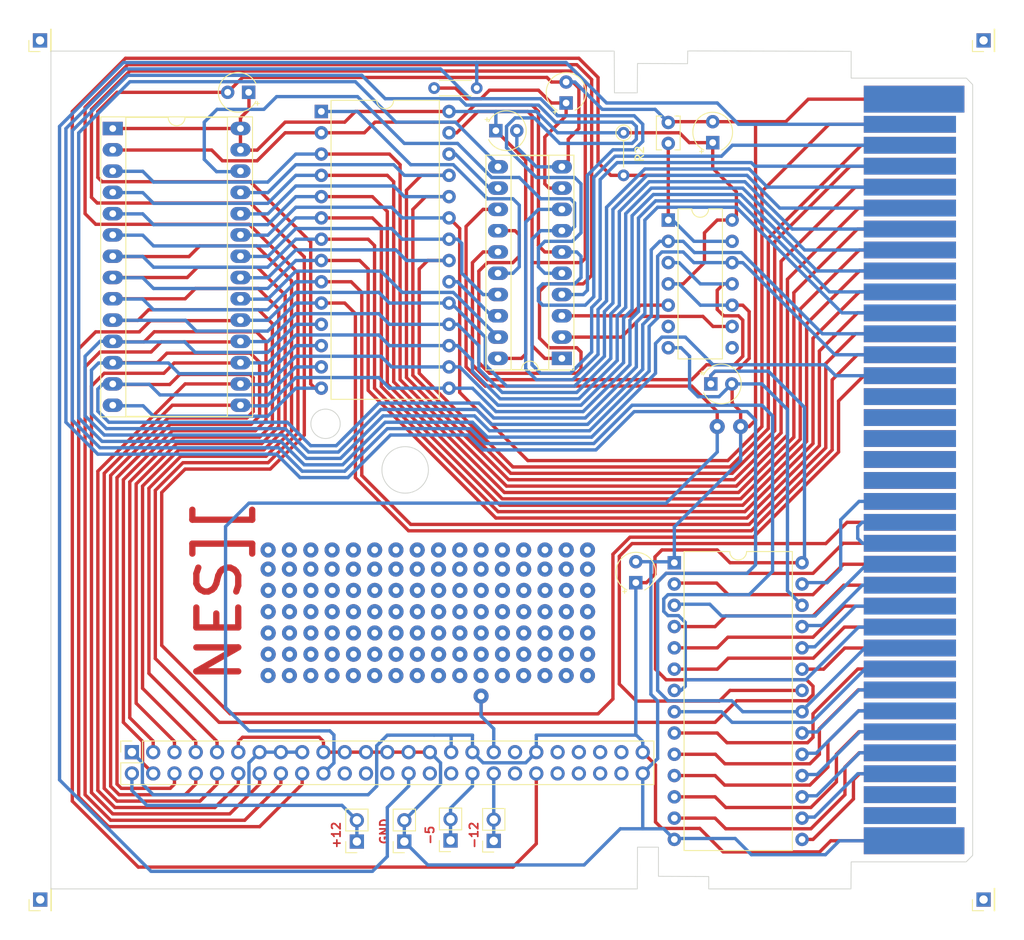
<source format=kicad_pcb>
(kicad_pcb (version 20211014) (generator pcbnew)
  (layers (0 "F.Cu" signal) (31 "B.Cu" signal) (34 "B.Paste" user) (35 "F.Paste" user) (36 "B.SilkS" user "B.Silkscreen") (37 "F.SilkS" user "F.Silkscreen") (38 "B.Mask" user) (39 "F.Mask" user) (44 "Edge.Cuts" user))
  (net 0 "")
  (net 1 "GND")
  (net 2 "/CA12")
  (net 3 "/CA7")
  (net 4 "/CA6")
  (net 5 "/CA5")
  (net 6 "/CA4")
  (net 7 "/CA3")
  (net 8 "/CA2")
  (net 9 "/CA1")
  (net 10 "/CA0")
  (net 11 "/CD0")
  (net 12 "/CD1")
  (net 13 "/CD2")
  (net 14 "/CD3")
  (net 15 "/CD4")
  (net 16 "/CD5")
  (net 17 "/CD6")
  (net 18 "/CD7")
  (net 19 "BIOS_ROM_CEB")
  (net 20 "/CA10")
  (net 21 "CPU_WRB")
  (net 22 "/CA11")
  (net 23 "/CA9")
  (net 24 "/CA8")
  (net 25 "/CA13")
  (net 26 "/CA14")
  (net 27 "+5V")
  (net 28 "/PA12")
  (net 29 "/PA7")
  (net 30 "/PA6")
  (net 31 "/PA5")
  (net 32 "/PA4")
  (net 33 "/PA3")
  (net 34 "/PA2")
  (net 35 "/PA1")
  (net 36 "/PA0")
  (net 37 "/PD0")
  (net 38 "/PD1")
  (net 39 "/PD2")
  (net 40 "/PD3")
  (net 41 "/PD4")
  (net 42 "/PD5")
  (net 43 "/PD6")
  (net 44 "/PD7")
  (net 45 "/PA10")
  (net 46 "PPU_RDB")
  (net 47 "/PA11")
  (net 48 "/PA9")
  (net 49 "/PA8")
  (net 50 "PPU_WRB")
  (net 51 "CPU_RWB")
  (net 58 "CIRAM_A10")
  (net 61 "SYS_CLK")
  (net 62 "M2")
  (net 63 "ROMSELB")
  (net 69 "CIRAM_CEB")
  (net 72 "PRG_RAM_CEB")
  (net 73 "+12V")
  (net 74 "-5V")
  (net 75 "-12V")
  (net 76 "AII_DEVSELB")
  (net 92 "PPU_A13")
  (net 93 "SW_RST")
  (net 94 "RAM_A14")
  (net 95 "RAM_A13")
  (net 96 "SWA")
  (net 97 "SWB")
  (net 98 "SW_CLK")
  (net 101 "Net-(C4-Pad1)")
  (footprint "Capacitor_THT:CP_Radial_Tantal_D4.5mm_P2.50mm" (layer "F.Cu") (at 41.868856 96.266 180)
    (fp_text reference "C3" hide)
    (fp_text value "C" hide)
  )
  (footprint "Resistor_THT:R_Axial_DIN0204_L3.6mm_D1.6mm_P5.08mm_Vertical" (layer "F.Cu") (at 86.614 101.092 -90)
    (fp_text reference "R2")
    (fp_text value "10k" hide)
  )
  (footprint "Package_DIP:DIP-14_W7.62mm" (layer "F.Cu") (at 91.948 111.506)
    (fp_text reference "U3" hide)
    (fp_text value "74HC74" hide)
  )
  (footprint "Connector_PinHeader_2.54mm:PinHeader_1x01_P2.54mm_Vertical" (layer "F.Cu") (at 16.974 90.0719 90)
    (fp_text reference "REF**" hide)
    (fp_text value "PinHeader_1x01_P2.54mm_Vertical" hide)
  )
  (footprint "Connector_PinSocket_2.54mm:PinSocket_1x02_P2.54mm_Vertical" (layer "F.Cu") (at 65.9638 185.547 180)
    (fp_text reference "NEG5_IN1" hide)
    (fp_text value "Conn_01x02" hide)
  )
  (footprint "KiCad:NES_CART" (layer "F.Cu") (at 113.7846 141.3309 90)
    (fp_text reference "NES_EDGE1" hide)
    (fp_text value "Conn_02x36_Top_Bottom" hide)
  )
  (footprint "Connector_PinHeader_2.54mm:PinHeader_1x01_P2.54mm_Vertical" (layer "F.Cu") (at 16.999 192.5969 90)
    (fp_text reference "REF**" hide)
    (fp_text value "PinHeader_1x01_P2.54mm_Vertical" hide)
  )
  (footprint "Capacitor_THT:CP_Radial_Tantal_D4.5mm_P2.50mm" (layer "F.Cu") (at 97.028 131.064)
    (fp_text reference "C2" hide)
    (fp_text value "C" hide)
  )
  (footprint "Package_DIP:DIP-20_W7.62mm_Socket_LongPads" (layer "F.Cu") (at 79.248 128.016 180)
    (fp_text reference "U1" hide)
    (fp_text value "GAL16V8" hide)
  )
  (footprint "Connector_PinSocket_2.54mm:PinSocket_2x25_P2.54mm_Vertical" (layer "F.Cu") (at 27.94 175.006 90)
    (fp_text reference "AII_MEZZ1" hide)
    (fp_text value "Conn_02x25_Odd_Even" hide)
  )
  (footprint "Capacitor_THT:C_Disc_D3.8mm_W2.6mm_P2.50mm" (layer "F.Cu") (at 91.948 102.362 90)
    (fp_text reference "C6" hide)
    (fp_text value "10uf" hide)
  )
  (footprint "Connector_PinSocket_2.54mm:PinSocket_1x02_P2.54mm_Vertical" (layer "F.Cu") (at 60.452 185.674 180)
    (fp_text reference "GND1" hide)
    (fp_text value "Conn_01x02" hide)
  )
  (footprint "Package_DIP:DIP-28_W15.24mm" (layer "F.Cu") (at 50.546 98.552)
    (fp_text reference "PRG_RAM1" hide)
    (fp_text value "CY62256-70PC" hide)
  )
  (footprint "Connector_PinSocket_2.54mm:PinSocket_1x02_P2.54mm_Vertical" (layer "F.Cu") (at 71.12 185.5978 180)
    (fp_text reference "NEG12_IN1" hide)
    (fp_text value "Conn_01x02" hide)
  )
  (footprint "Connector_PinSocket_2.54mm:PinSocket_1x02_P2.54mm_Vertical" (layer "F.Cu") (at 54.7878 185.674 180)
    (fp_text reference "12V_IN1" hide)
    (fp_text value "Conn_01x02" hide)
  )
  (footprint "Capacitor_THT:CP_Radial_Tantal_D4.5mm_P2.50mm" (layer "F.Cu") (at 79.756 97.536 90)
    (fp_text reference "C4" hide)
    (fp_text value "33pf" hide)
  )
  (footprint "Capacitor_THT:CP_Radial_Tantal_D4.5mm_P2.50mm" (layer "F.Cu") (at 97.251 102.2674 90)
    (fp_text reference "C7" hide)
    (fp_text value "C" hide)
  )
  (footprint "Package_DIP:DIP-28_W15.24mm" (layer "F.Cu") (at 92.6722 152.4)
    (fp_text reference "CHAR_RAM1" hide)
    (fp_text value "CY62256-70PC" hide)
  )
  (footprint "Capacitor_THT:CP_Radial_Tantal_D4.5mm_P2.50mm" (layer "F.Cu") (at 88.0748 154.7787 90)
    (fp_text reference "C5" hide)
    (fp_text value "C" hide)
  )
  (footprint "Package_DIP:DIP-28_W15.24mm_Socket_LongPads" (layer "F.Cu") (at 25.654 100.584)
    (fp_text reference "BIOS_ROM1" hide)
    (fp_text value "28C256" hide)
  )
  (footprint "Capacitor_THT:CP_Radial_Tantal_D4.5mm_P2.50mm" (layer "F.Cu") (at 71.374 100.838)
    (fp_text reference "C1" hide)
    (fp_text value "C")
  )
  (footprint "Connector_PinHeader_2.54mm:PinHeader_1x01_P2.54mm_Vertical" (layer "F.Cu") (at 129.574 90.0719 90)
    (fp_text reference "REF**" hide)
    (fp_text value "PinHeader_1x01_P2.54mm_Vertical" hide)
  )
  (footprint "Resistor_THT:R_Axial_DIN0204_L3.6mm_D1.6mm_P5.08mm_Horizontal" (layer "F.Cu") (at 69.088 95.758 180)
    (fp_text reference "R3" hide)
    (fp_text value "1k" hide)
  )
  (footprint "Connector_PinHeader_2.54mm:PinHeader_1x01_P2.54mm_Vertical" (layer "F.Cu") (at 129.574 192.5969 90)
    (fp_text reference "REF**" hide)
    (fp_text value "PinHeader_1x01_P2.54mm_Vertical" hide)
  )
  (gr_circle (center 60.549 141.3228) (end 62.474 139.3228) (layer "Edge.Cuts") (width 0.1) (fill none))
  (gr_poly (pts (xy 85.499 91.3469) (xy 85.524 96.3219) (xy 88.249 96.3219) (xy 88.274 92.8219) (xy 93.824 92.8469) (xy 94.249 92.8469) (xy 94.274 91.3219) (xy 113.774 91.3719) (xy 113.774 94.5719) (xy 127.524 94.5719) (xy 128.274 95.3469) (xy 128.274 187.3219) (xy 127.499 188.0969) (xy 113.774 188.0969) (xy 113.749 191.3219) (xy 96.774 191.3219) (xy 96.774 189.8469) (xy 90.774 189.8219) (xy 90.774 186.3469) (xy 88.274 186.3469) (xy 88.249 191.3219) (xy 18.274 191.3219) (xy 18.274 91.3469)) (layer "Edge.Cuts") (width 0.1) (fill none))
  (gr_circle (center 51.046681 135.8219) (end 52.346681 134.6469) (layer "Edge.Cuts") (width 0.1) (fill none))
  (gr_text "+12" (at 52.324 184.912 90) (layer "F.Cu") (effects (font (size 1 1) (thickness 0.2))))
  (gr_text "NES][" (at 38.354 155.956 90) (layer "F.Cu") (effects (font (size 5 5) (thickness 0.75))))
  (gr_text "-12" (at 68.7578 184.912 90) (layer "F.Cu") (effects (font (size 1 1) (thickness 0.2))))
  (gr_text "GND" (at 58.0644 184.4548 90) (layer "F.Cu") (effects (font (size 1 1) (thickness 0.2))))
  (gr_text "-5" (at 63.5 184.912 90) (layer "F.Cu") (effects (font (size 1 1) (thickness 0.2))))
  (via (at 64.529 153.162) (size 1.8) (drill 0.8) (layers "F.Cu" "B.Cu") (net 0))
  (via (at 49.289 153.162) (size 1.8) (drill 0.8) (layers "F.Cu" "B.Cu") (net 0))
  (via (at 82.309 150.876) (size 1.8) (drill 0.8) (layers "F.Cu" "B.Cu") (net 0))
  (via (at 74.689 165.862) (size 1.8) (drill 0.8) (layers "F.Cu" "B.Cu") (net 0))
  (via (at 67.082 163.322) (size 1.8) (drill 0.8) (layers "F.Cu" "B.Cu") (net 0))
  (via (at 64.542 160.782) (size 1.8) (drill 0.8) (layers "F.Cu" "B.Cu") (net 0))
  (via (at 61.989 165.862) (size 1.8) (drill 0.8) (layers "F.Cu" "B.Cu") (net 0))
  (via (at 72.149 153.162) (size 1.8) (drill 0.8) (layers "F.Cu" "B.Cu") (net 0))
  (via (at 77.229 150.876) (size 1.8) (drill 0.8) (layers "F.Cu" "B.Cu") (net 0))
  (via (at 77.229 153.162) (size 1.8) (drill 0.8) (layers "F.Cu" "B.Cu") (net 0))
  (via (at 77.229 165.862) (size 1.8) (drill 0.8) (layers "F.Cu" "B.Cu") (net 0))
  (via (at 69.622 160.782) (size 1.8) (drill 0.8) (layers "F.Cu" "B.Cu") (net 0))
  (via (at 82.309 165.862) (size 1.8) (drill 0.8) (layers "F.Cu" "B.Cu") (net 0))
  (via (at 51.842 160.782) (size 1.8) (drill 0.8) (layers "F.Cu" "B.Cu") (net 0))
  (via (at 79.782 163.322) (size 1.8) (drill 0.8) (layers "F.Cu" "B.Cu") (net 0))
  (via (at 54.382 160.782) (size 1.8) (drill 0.8) (layers "F.Cu" "B.Cu") (net 0))
  (via (at 59.462 158.242) (size 1.8) (drill 0.8) (layers "F.Cu" "B.Cu") (net 0))
  (via (at 67.069 165.862) (size 1.8) (drill 0.8) (layers "F.Cu" "B.Cu") (net 0))
  (via (at 82.322 160.782) (size 1.8) (drill 0.8) (layers "F.Cu" "B.Cu") (net 0))
  (via (at 72.149 150.876) (size 1.8) (drill 0.8) (layers "F.Cu" "B.Cu") (net 0))
  (via (at 69.609 150.876) (size 1.8) (drill 0.8) (layers "F.Cu" "B.Cu") (net 0))
  (via (at 64.542 163.322) (size 1.8) (drill 0.8) (layers "F.Cu" "B.Cu") (net 0))
  (via (at 82.322 155.702) (size 1.8) (drill 0.8) (layers "F.Cu" "B.Cu") (net 0))
  (via (at 46.736 165.862) (size 1.8) (drill 0.8) (layers "F.Cu" "B.Cu") (net 0))
  (via (at 67.082 155.702) (size 1.8) (drill 0.8) (layers "F.Cu" "B.Cu") (net 0))
  (via (at 69.609 153.162) (size 1.8) (drill 0.8) (layers "F.Cu" "B.Cu") (net 0))
  (via (at 56.922 163.322) (size 1.8) (drill 0.8) (layers "F.Cu" "B.Cu") (net 0))
  (via (at 64.529 150.876) (size 1.8) (drill 0.8) (layers "F.Cu" "B.Cu") (net 0))
  (via (at 49.302 158.242) (size 1.8) (drill 0.8) (layers "F.Cu" "B.Cu") (net 0))
  (via (at 44.196 150.876) (size 1.8) (drill 0.8) (layers "F.Cu" "B.Cu") (net 0))
  (via (at 54.382 155.702) (size 1.8) (drill 0.8) (layers "F.Cu" "B.Cu") (net 0))
  (via (at 72.162 155.702) (size 1.8) (drill 0.8) (layers "F.Cu" "B.Cu") (net 0))
  (via (at 49.289 150.876) (size 1.8) (drill 0.8) (layers "F.Cu" "B.Cu") (net 0))
  (via (at 74.689 153.162) (size 1.8) (drill 0.8) (layers "F.Cu" "B.Cu") (net 0))
  (via (at 56.922 160.782) (size 1.8) (drill 0.8) (layers "F.Cu" "B.Cu") (net 0))
  (via (at 74.702 160.782) (size 1.8) (drill 0.8) (layers "F.Cu" "B.Cu") (net 0))
  (via (at 59.449 165.862) (size 1.8) (drill 0.8) (layers "F.Cu" "B.Cu") (net 0))
  (via (at 67.069 153.162) (size 1.8) (drill 0.8) (layers "F.Cu" "B.Cu") (net 0))
  (via (at 51.829 153.162) (size 1.8) (drill 0.8) (layers "F.Cu" "B.Cu") (net 0))
  (via (at 51.842 158.242) (size 1.8) (drill 0.8) (layers "F.Cu" "B.Cu") (net 0))
  (via (at 77.242 155.702) (size 1.8) (drill 0.8) (layers "F.Cu" "B.Cu") (net 0))
  (via (at 46.749 163.322) (size 1.8) (drill 0.8) (layers "F.Cu" "B.Cu") (net 0))
  (via (at 62.002 158.242) (size 1.8) (drill 0.8) (layers "F.Cu" "B.Cu") (net 0))
  (via (at 44.196 153.162) (size 1.8) (drill 0.8) (layers "F.Cu" "B.Cu") (net 0))
  (via (at 62.002 160.782) (size 1.8) (drill 0.8) (layers "F.Cu" "B.Cu") (net 0))
  (via (at 44.209 163.322) (size 1.8) (drill 0.8) (layers "F.Cu" "B.Cu") (net 0))
  (via (at 56.922 158.242) (size 1.8) (drill 0.8) (layers "F.Cu" "B.Cu") (net 0))
  (via (at 54.369 150.876) (size 1.8) (drill 0.8) (layers "F.Cu" "B.Cu") (net 0))
  (via (at 82.322 158.242) (size 1.8) (drill 0.8) (layers "F.Cu" "B.Cu") (net 0))
  (via (at 82.309 153.162) (size 1.8) (drill 0.8) (layers "F.Cu" "B.Cu") (net 0))
  (via (at 72.162 160.782) (size 1.8) (drill 0.8) (layers "F.Cu" "B.Cu") (net 0))
  (via (at 79.782 158.242) (size 1.8) (drill 0.8) (layers "F.Cu" "B.Cu") (net 0))
  (via (at 56.909 153.162) (size 1.8) (drill 0.8) (layers "F.Cu" "B.Cu") (net 0))
  (via (at 51.829 165.862) (size 1.8) (drill 0.8) (layers "F.Cu" "B.Cu") (net 0))
  (via (at 51.842 155.702) (size 1.8) (drill 0.8) (layers "F.Cu" "B.Cu") (net 0))
  (via (at 56.922 155.702) (size 1.8) (drill 0.8) (layers "F.Cu" "B.Cu") (net 0))
  (via (at 61.989 153.162) (size 1.8) (drill 0.8) (layers "F.Cu" "B.Cu") (net 0))
  (via (at 51.829 150.876) (size 1.8) (drill 0.8) (layers "F.Cu" "B.Cu") (net 0))
  (via (at 46.749 155.702) (size 1.8) (drill 0.8) (layers "F.Cu" "B.Cu") (net 0))
  (via (at 44.209 158.242) (size 1.8) (drill 0.8) (layers "F.Cu" "B.Cu") (net 0))
  (via (at 59.449 150.876) (size 1.8) (drill 0.8) (layers "F.Cu" "B.Cu") (net 0))
  (via (at 46.736 150.876) (size 1.8) (drill 0.8) (layers "F.Cu" "B.Cu") (net 0))
  (via (at 69.622 155.702) (size 1.8) (drill 0.8) (layers "F.Cu" "B.Cu") (net 0))
  (via (at 44.196 165.862) (size 1.8) (drill 0.8) (layers "F.Cu" "B.Cu") (net 0))
  (via (at 72.162 163.322) (size 1.8) (drill 0.8) (layers "F.Cu" "B.Cu") (net 0))
  (via (at 49.289 165.862) (size 1.8) (drill 0.8) (layers "F.Cu" "B.Cu") (net 0))
  (via (at 72.162 158.242) (size 1.8) (drill 0.8) (layers "F.Cu" "B.Cu") (net 0))
  (via (at 74.689 150.876) (size 1.8) (drill 0.8) (layers "F.Cu" "B.Cu") (net 0))
  (via (at 59.462 160.782) (size 1.8) (drill 0.8) (layers "F.Cu" "B.Cu") (net 0))
  (via (at 59.462 155.702) (size 1.8) (drill 0.8) (layers "F.Cu" "B.Cu") (net 0))
  (via (at 72.149 165.862) (size 1.8) (drill 0.8) (layers "F.Cu" "B.Cu") (net 0))
  (via (at 49.302 160.782) (size 1.8) (drill 0.8) (layers "F.Cu" "B.Cu") (net 0))
  (via (at 79.782 160.782) (size 1.8) (drill 0.8) (layers "F.Cu" "B.Cu") (net 0))
  (via (at 44.209 160.782) (size 1.8) (drill 0.8) (layers "F.Cu" "B.Cu") (net 0))
  (via (at 79.782 155.702) (size 1.8) (drill 0.8) (layers "F.Cu" "B.Cu") (net 0))
  (via (at 74.702 155.702) (size 1.8) (drill 0.8) (layers "F.Cu" "B.Cu") (net 0))
  (via (at 54.382 163.322) (size 1.8) (drill 0.8) (layers "F.Cu" "B.Cu") (net 0))
  (via (at 54.369 153.162) (size 1.8) (drill 0.8) (layers "F.Cu" "B.Cu") (net 0))
  (via (at 67.069 150.876) (size 1.8) (drill 0.8) (layers "F.Cu" "B.Cu") (net 0))
  (via (at 56.909 165.862) (size 1.8) (drill 0.8) (layers "F.Cu" "B.Cu") (net 0))
  (via (at 74.702 158.242) (size 1.8) (drill 0.8) (layers "F.Cu" "B.Cu") (net 0))
  (via (at 79.769 165.862) (size 1.8) (drill 0.8) (layers "F.Cu" "B.Cu") (net 0))
  (via (at 64.529 165.862) (size 1.8) (drill 0.8) (layers "F.Cu" "B.Cu") (net 0))
  (via (at 51.842 163.322) (size 1.8) (drill 0.8) (layers "F.Cu" "B.Cu") (net 0))
  (via (at 67.082 158.242) (size 1.8) (drill 0.8) (layers "F.Cu" "B.Cu") (net 0))
  (via (at 64.542 158.242) (size 1.8) (drill 0.8) (layers "F.Cu" "B.Cu") (net 0))
  (via (at 46.736 153.162) (size 1.8) (drill 0.8) (layers "F.Cu" "B.Cu") (net 0))
  (via (at 79.769 153.162) (size 1.8) (drill 0.8) (layers "F.Cu" "B.Cu") (net 0))
  (via (at 62.002 163.322) (size 1.8) (drill 0.8) (layers "F.Cu" "B.Cu") (net 0))
  (via (at 46.749 160.782) (size 1.8) (drill 0.8) (layers "F.Cu" "B.Cu") (net 0))
  (via (at 59.462 163.322) (size 1.8) (drill 0.8) (layers "F.Cu" "B.Cu") (net 0))
  (via (at 59.449 153.162) (size 1.8) (drill 0.8) (layers "F.Cu" "B.Cu") (net 0))
  (via (at 79.769 150.876) (size 1.8) (drill 0.8) (layers "F.Cu" "B.Cu") (net 0))
  (via (at 49.302 155.702) (size 1.8) (drill 0.8) (layers "F.Cu" "B.Cu") (net 0))
  (via (at 61.989 150.876) (size 1.8) (drill 0.8) (layers "F.Cu" "B.Cu") (net 0))
  (via (at 64.542 155.702) (size 1.8) (drill 0.8) (layers "F.Cu" "B.Cu") (net 0))
  (via (at 62.002 155.702) (size 1.8) (drill 0.8) (layers "F.Cu" "B.Cu") (net 0))
  (via (at 69.609 165.862) (size 1.8) (drill 0.8) (layers "F.Cu" "B.Cu") (net 0))
  (via (at 74.702 163.322) (size 1.8) (drill 0.8) (layers "F.Cu" "B.Cu") (net 0))
  (via (at 54.369 165.862) (size 1.8) (drill 0.8) (layers "F.Cu" "B.Cu") (net 0))
  (via (at 49.302 163.322) (size 1.8) (drill 0.8) (layers "F.Cu" "B.Cu") (net 0))
  (via (at 46.749 158.242) (size 1.8) (drill 0.8) (layers "F.Cu" "B.Cu") (net 0))
  (via (at 82.322 163.322) (size 1.8) (drill 0.8) (layers "F.Cu" "B.Cu") (net 0))
  (via (at 56.909 150.876) (size 1.8) (drill 0.8) (layers "F.Cu" "B.Cu") (net 0))
  (via (at 77.242 160.782) (size 1.8) (drill 0.8) (layers "F.Cu" "B.Cu") (net 0))
  (via (at 67.082 160.782) (size 1.8) (drill 0.8) (layers "F.Cu" "B.Cu") (net 0))
  (via (at 44.209 155.702) (size 1.8) (drill 0.8) (layers "F.Cu" "B.Cu") (net 0))
  (via (at 77.242 158.242) (size 1.8) (drill 0.8) (layers "F.Cu" "B.Cu") (net 0))
  (via (at 69.622 163.322) (size 1.8) (drill 0.8) (layers "F.Cu" "B.Cu") (net 0))
  (via (at 77.242 163.322) (size 1.8) (drill 0.8) (layers "F.Cu" "B.Cu") (net 0))
  (via (at 69.622 158.242) (size 1.8) (drill 0.8) (layers "F.Cu" "B.Cu") (net 0))
  (via (at 54.382 158.242) (size 1.8) (drill 0.8) (layers "F.Cu" "B.Cu") (net 0))
  (segment (start 49.276 114.129244) (end 49.276 131.064) (width 0.4) (layer "F.Cu") (net 1))
  (segment (start 102.4166 99.7674) (end 105.9726 99.7674) (width 0.4) (layer "F.Cu") (net 1))
  (segment (start 78.018 95.036) (end 79.756 95.036) (width 0.4) (layer "F.Cu") (net 1))
  (segment (start 50.8 175.006) (end 50.8 173.736) (width 0.4) (layer "F.Cu") (net 1))
  (segment (start 100.584 136.144) (end 100.584 134.366) (width 0.4) (layer "F.Cu") (net 1))
  (segment (start 42.080756 106.934) (end 49.276 114.129244) (width 0.4) (layer "F.Cu") (net 1))
  (segment (start 39.368856 96.266) (end 26.162 96.266) (width 0.4) (layer "F.Cu") (net 1))
  (segment (start 50.292 173.228) (end 41.148 173.228) (width 0.4) (layer "F.Cu") (net 1))
  (segment (start 23.876 106.426) (end 24.384 106.934) (width 0.4) (layer "F.Cu") (net 1))
  (segment (start 23.876 98.552) (end 23.876 106.426) (width 0.4) (layer "F.Cu") (net 1))
  (segment (start 79.756 95.036) (end 80.558 95.036) (width 0.4) (layer "F.Cu") (net 1))
  (segment (start 91.948 99.862) (end 92.0426 99.7674) (width 0.4) (layer "F.Cu") (net 1))
  (segment (start 108.6591 97.0809) (end 121.2846 97.0809) (width 0.4) (layer "F.Cu") (net 1))
  (segment (start 49.276 131.064) (end 49.784 131.572) (width 0.4) (layer "F.Cu") (net 1))
  (segment (start 41.148 173.228) (end 40.64 173.736) (width 0.4) (layer "F.Cu") (net 1))
  (segment (start 99.568 131.104) (end 99.528 131.064) (width 0.4) (layer "F.Cu") (net 1))
  (segment (start 41.146856 94.488) (end 77.47 94.488) (width 0.4) (layer "F.Cu") (net 1))
  (segment (start 92.0426 99.7674) (end 97.251 99.7674) (width 0.4) (layer "F.Cu") (net 1))
  (segment (start 105.9726 99.7674) (end 108.6591 97.0809) (width 0.4) (layer "F.Cu") (net 1))
  (segment (start 50.8 175.006) (end 63.5 175.006) (width 0.4) (layer "F.Cu") (net 1))
  (segment (start 102.362 99.822) (end 102.4166 99.7674) (width 0.4) (layer "F.Cu") (net 1))
  (segment (start 80.558 95.036) (end 81.28 95.758) (width 0.4) (layer "F.Cu") (net 1))
  (segment (start 101.6 136.144) (end 102.362 135.382) (width 0.4) (layer "F.Cu") (net 1))
  (segment (start 81.28 95.758) (end 81.28 100.584) (width 0.4) (layer "F.Cu") (net 1))
  (segment (start 77.47 94.488) (end 78.018 95.036) (width 0.4) (layer "F.Cu") (net 1))
  (segment (start 99.568 133.35) (end 99.568 131.104) (width 0.4) (layer "F.Cu") (net 1))
  (segment (start 39.368856 96.266) (end 41.146856 94.488) (width 0.4) (layer "F.Cu") (net 1))
  (segment (start 50.8 173.736) (end 50.292 173.228) (width 0.4) (layer "F.Cu") (net 1))
  (segment (start 80.01 104.394) (end 79.248 105.156) (width 0.4) (layer "F.Cu") (net 1))
  (segment (start 40.64 173.736) (end 40.64 175.006) (width 0.4) (layer "F.Cu") (net 1))
  (segment (start 80.01 101.854) (end 80.01 104.394) (width 0.4) (layer "F.Cu") (net 1))
  (segment (start 100.584 136.144) (end 101.6 136.144) (width 0.4) (layer "F.Cu") (net 1))
  (segment (start 26.162 96.266) (end 23.876 98.552) (width 0.4) (layer "F.Cu") (net 1))
  (segment (start 97.251 99.7674) (end 102.4166 99.7674) (width 0.4) (layer "F.Cu") (net 1))
  (segment (start 24.384 106.934) (end 42.080756 106.934) (width 0.4) (layer "F.Cu") (net 1))
  (segment (start 49.784 131.572) (end 50.546 131.572) (width 0.4) (layer "F.Cu") (net 1))
  (segment (start 81.28 100.584) (end 80.01 101.854) (width 0.4) (layer "F.Cu") (net 1))
  (segment (start 100.584 134.366) (end 99.568 133.35) (width 0.4) (layer "F.Cu") (net 1))
  (segment (start 102.362 135.382) (end 102.362 99.822) (width 0.4) (layer "F.Cu") (net 1))
  (via (at 100.584 136.144) (size 1.8) (drill 0.8) (layers "F.Cu" "B.Cu") (net 1))
  (segment (start 110.7062 187.2399) (end 101.867 187.2399) (width 0.4) (layer "B.Cu") (net 1))
  (segment (start 90.384 98.298) (end 84.074 98.298) (width 0.4) (layer "B.Cu") (net 1))
  (segment (start 92.6722 185.42) (end 91.4022 184.15) (width 0.4) (layer "B.Cu") (net 1))
  (segment (start 86.2206 184.15) (end 81.9026 188.468) (width 0.4) (layer "B.Cu") (net 1))
  (segment (start 98.004 132.588) (end 99.528 131.064) (width 0.4) (layer "B.Cu") (net 1))
  (segment (start 89.874 168.106) (end 89.874 152.3699) (width 0.4) (layer "B.Cu") (net 1))
  (segment (start 25.654 133.604) (end 25.7213 133.6713) (width 0.4) (layer "B.Cu") (net 1))
  (segment (start 63.246 188.468) (end 60.452 185.674) (width 0.4) (layer "B.Cu") (net 1))
  (segment (start 25.7213 133.6713) (end 29.2773 133.6713) (width 0.4) (layer "B.Cu") (net 1))
  (segment (start 92.7827 185.3095) (end 92.6722 185.42) (width 0.4) (layer "B.Cu") (net 1))
  (segment (start 100.584 140.208) (end 92.6722 148.1198) (width 0.4) (layer "B.Cu") (net 1))
  (segment (start 80.812 95.036) (end 79.756 95.036) (width 0.4) (layer "B.Cu") (net 1))
  (segment (start 29.2773 133.6713) (end 30.5219 134.9159) (width 0.4) (layer "B.Cu") (net 1))
  (segment (start 76.2 105.156) (end 73.874 102.83) (width 0.4) (layer "B.Cu") (net 1))
  (segment (start 106.172 155.7398) (end 107.9122 157.48) (width 0.4) (layer "B.Cu") (net 1))
  (segment (start 90.678 168.91) (end 89.874 168.106) (width 0.4) (layer "B.Cu") (net 1))
  (segment (start 103.124 131.064) (end 106.172 134.112) (width 0.4) (layer "B.Cu") (net 1))
  (segment (start 89.9436 152.2787) (end 88.0748 152.2787) (width 0.4) (layer "B.Cu") (net 1))
  (segment (start 99.528 131.064) (end 103.124 131.064) (width 0.4) (layer "B.Cu") (net 1))
  (segment (start 101.867 187.2399) (end 99.9366 185.3095) (width 0.4) (layer "B.Cu") (net 1))
  (segment (start 91.948 126.746) (end 93.472 126.746) (width 0.4) (layer "B.Cu") (net 1))
  (segment (start 79.248 105.156) (end 76.2 105.156) (width 0.4) (layer "B.Cu") (net 1))
  (segment (start 92.6722 148.1198) (end 92.6722 152.4) (width 0.4) (layer "B.Cu") (net 1))
  (segment (start 81.9026 188.468) (end 63.246 188.468) (width 0.4) (layer "B.Cu") (net 1))
  (segment (start 44.1541 134.9159) (end 47.498 131.572) (width 0.4) (layer "B.Cu") (net 1))
  (segment (start 99.9366 185.3095) (end 92.7827 185.3095) (width 0.4) (layer "B.Cu") (net 1))
  (segment (start 88.9 184.15) (end 86.2206 184.15) (width 0.4) (layer "B.Cu") (net 1))
  (segment (start 95.504 132.588) (end 98.004 132.588) (width 0.4) (layer "B.Cu") (net 1))
  (segment (start 91.4022 184.15) (end 88.9 184.15) (width 0.4) (layer "B.Cu") (net 1))
  (segment (start 121.2846 185.5809) (end 112.3652 185.5809) (width 0.4) (layer "B.Cu") (net 1))
  (segment (start 93.472 126.746) (end 94.488 127.762) (width 0.4) (layer "B.Cu") (net 1))
  (segment (start 84.074 98.298) (end 80.812 95.036) (width 0.4) (layer "B.Cu") (net 1))
  (segment (start 89.9544 152.2895) (end 89.9436 152.2787) (width 0.4) (layer "B.Cu") (net 1))
  (segment (start 64.77 178.816) (end 64.77 176.276) (width 0.4) (layer "B.Cu") (net 1))
  (segment (start 89.9544 152.2895) (end 92.5617 152.2895) (width 0.4) (layer "B.Cu") (net 1))
  (segment (start 88.9 177.546) (end 90.678 175.768) (width 0.4) (layer "B.Cu") (net 1))
  (segment (start 64.77 176.276) (end 63.5 175.006) (width 0.4) (layer "B.Cu") (net 1))
  (segment (start 91.948 99.862) (end 90.384 98.298) (width 0.4) (layer "B.Cu") (net 1))
  (segment (start 94.488 127.762) (end 94.488 131.572) (width 0.4) (layer "B.Cu") (net 1))
  (segment (start 92.5617 152.2895) (end 92.6722 152.4) (width 0.4) (layer "B.Cu") (net 1))
  (segment (start 30.5219 134.9159) (end 44.1541 134.9159) (width 0.4) (layer "B.Cu") (net 1))
  (segment (start 89.874 152.3699) (end 89.9544 152.2895) (width 0.4) (layer "B.Cu") (net 1))
  (segment (start 106.172 134.112) (end 106.172 155.7398) (width 0.4) (layer "B.Cu") (net 1))
  (segment (start 60.452 185.674) (end 60.452 183.134) (width 0.4) (layer "B.Cu") (net 1))
  (segment (start 112.3652 185.5809) (end 110.7062 187.2399) (width 0.4) (layer "B.Cu") (net 1))
  (segment (start 47.498 131.572) (end 50.546 131.572) (width 0.4) (layer "B.Cu") (net 1))
  (segment (start 100.584 136.144) (end 100.584 140.208) (width 0.4) (layer "B.Cu") (net 1))
  (segment (start 94.488 131.572) (end 95.504 132.588) (width 0.4) (layer "B.Cu") (net 1))
  (segment (start 73.874 102.83) (end 73.874 100.838) (width 0.4) (layer "B.Cu") (net 1))
  (segment (start 88.9 177.546) (end 88.9 184.15) (width 0.4) (layer "B.Cu") (net 1))
  (segment (start 60.452 183.134) (end 64.77 178.816) (width 0.4) (layer "B.Cu") (net 1))
  (segment (start 90.678 175.768) (end 90.678 168.91) (width 0.4) (layer "B.Cu") (net 1))
  (segment (start 76.454 114.554) (end 77.216 115.316) (width 0.4) (layer "F.Cu") (net 2))
  (segment (start 46.228 101.092) (end 50.546 101.092) (width 0.4) (layer "F.Cu") (net 2))
  (segment (start 68.834 97.79) (end 75.692 97.79) (width 0.4) (layer "F.Cu") (net 2))
  (segment (start 66.802 99.822) (end 68.834 97.79) (width 0.4) (layer "F.Cu") (net 2))
  (segment (start 76.454 98.552) (end 76.454 114.554) (width 0.4) (layer "F.Cu") (net 2))
  (segment (start 38.7426 104.4359) (end 42.8841 104.4359) (width 0.4) (layer "F.Cu") (net 2))
  (segment (start 64.008 99.822) (end 66.802 99.822) (width 0.4) (layer "F.Cu") (net 2))
  (segment (start 75.692 97.79) (end 76.454 98.552) (width 0.4) (layer "F.Cu") (net 2))
  (segment (start 50.546 101.092) (end 55.6778 101.092) (width 0.4) (layer "F.Cu") (net 2))
  (segment (start 25.9814 103.1509) (end 37.4576 103.1509) (width 0.4) (layer "F.Cu") (net 2))
  (segment (start 56.9478 99.822) (end 64.008 99.822) (width 0.4) (layer "F.Cu") (net 2))
  (segment (start 37.4576 103.1509) (end 38.7426 104.4359) (width 0.4) (layer "F.Cu") (net 2))
  (segment (start 77.216 115.316) (end 79.248 115.316) (width 0.4) (layer "F.Cu") (net 2))
  (segment (start 55.6778 101.092) (end 56.9478 99.822) (width 0.4) (layer "F.Cu") (net 2))
  (segment (start 42.8841 104.4359) (end 46.228 101.092) (width 0.4) (layer "F.Cu") (net 2))
  (segment (start 81.534 118.364) (end 81.534 115.824) (width 0.4) (layer "B.Cu") (net 2))
  (segment (start 85.598 103.886) (end 83.058 106.426) (width 0.4) (layer "B.Cu") (net 2))
  (segment (start 80.772 119.126) (end 81.534 118.364) (width 0.4) (layer "B.Cu") (net 2))
  (segment (start 99.6031 102.5809) (end 98.298 103.886) (width 0.4) (layer "B.Cu") (net 2))
  (segment (start 83.058 106.426) (end 83.058 120.65) (width 0.4) (layer "B.Cu") (net 2))
  (segment (start 81.534 115.824) (end 81.026 115.316) (width 0.4) (layer "B.Cu") (net 2))
  (segment (start 82.042 121.666) (end 76.962 121.666) (width 0.4) (layer "B.Cu") (net 2))
  (segment (start 76.962 119.126) (end 80.772 119.126) (width 0.4) (layer "B.Cu") (net 2))
  (segment (start 76.962 121.666) (end 76.454 121.158) (width 0.4) (layer "B.Cu") (net 2))
  (segment (start 120.7846 102.5809) (end 99.6031 102.5809) (width 0.4) (layer "B.Cu") (net 2))
  (segment (start 81.026 115.316) (end 79.248 115.316) (width 0.4) (layer "B.Cu") (net 2))
  (segment (start 83.058 120.65) (end 82.042 121.666) (width 0.4) (layer "B.Cu") (net 2))
  (segment (start 98.298 103.886) (end 85.598 103.886) (width 0.4) (layer "B.Cu") (net 2))
  (segment (start 76.454 121.158) (end 76.454 119.634) (width 0.4) (layer "B.Cu") (net 2))
  (segment (start 76.454 119.634) (end 76.962 119.126) (width 0.4) (layer "B.Cu") (net 2))
  (segment (start 106.172 118.5713) (end 114.6624 110.0809) (width 0.4) (layer "F.Cu") (net 3))
  (segment (start 59.944 104.902) (end 59.944 130.556) (width 0.4) (layer "F.Cu") (net 3))
  (segment (start 106.172 137.16) (end 106.172 118.5713) (width 0.4) (layer "F.Cu") (net 3))
  (segment (start 59.944 130.556) (end 72.644 143.256) (width 0.4) (layer "F.Cu") (net 3))
  (segment (start 72.644 143.256) (end 100.076 143.256) (width 0.4) (layer "F.Cu") (net 3))
  (segment (start 58.674 103.632) (end 59.944 104.902) (width 0.4) (layer "F.Cu") (net 3))
  (segment (start 50.546 103.632) (end 58.674 103.632) (width 0.4) (layer "F.Cu") (net 3))
  (segment (start 100.076 143.256) (end 106.172 137.16) (width 0.4) (layer "F.Cu") (net 3))
  (segment (start 114.6624 110.0809) (end 120.7846 110.0809) (width 0.4) (layer "F.Cu") (net 3))
  (segment (start 47.498 103.632) (end 50.546 103.632) (width 0.4) (layer "B.Cu") (net 3))
  (segment (start 30.5219 106.9759) (end 44.1541 106.9759) (width 0.4) (layer "B.Cu") (net 3))
  (segment (start 29.2369 105.6909) (end 30.5219 106.9759) (width 0.4) (layer "B.Cu") (net 3))
  (segment (start 44.1541 106.9759) (end 47.498 103.632) (width 0.4) (layer "B.Cu") (net 3))
  (segment (start 25.654 105.664) (end 25.6809 105.6909) (width 0.4) (layer "B.Cu") (net 3))
  (segment (start 25.6809 105.6909) (end 29.2369 105.6909) (width 0.4) (layer "B.Cu") (net 3))
  (segment (start 59.182 130.81) (end 72.39 144.018) (width 0.4) (layer "F.Cu") (net 4))
  (segment (start 106.934 137.414) (end 106.934 120.1715) (width 0.4) (layer "F.Cu") (net 4))
  (segment (start 114.5246 112.5809) (end 120.7846 112.5809) (width 0.4) (layer "F.Cu") (net 4))
  (segment (start 100.33 144.018) (end 106.934 137.414) (width 0.4) (layer "F.Cu") (net 4))
  (segment (start 72.39 144.018) (end 100.33 144.018) (width 0.4) (layer "F.Cu") (net 4))
  (segment (start 106.934 120.1715) (end 114.5246 112.5809) (width 0.4) (layer "F.Cu") (net 4))
  (segment (start 59.182 106.934) (end 59.182 130.81) (width 0.4) (layer "F.Cu") (net 4))
  (segment (start 58.42 106.172) (end 59.182 106.934) (width 0.4) (layer "F.Cu") (net 4))
  (segment (start 50.546 106.172) (end 58.42 106.172) (width 0.4) (layer "F.Cu") (net 4))
  (segment (start 25.654 108.204) (end 25.6809 108.2309) (width 0.4) (layer "B.Cu") (net 4))
  (segment (start 25.6809 108.2309) (end 29.2369 108.2309) (width 0.4) (layer "B.Cu") (net 4))
  (segment (start 47.498 106.172) (end 50.546 106.172) (width 0.4) (layer "B.Cu") (net 4))
  (segment (start 29.2369 108.2309) (end 30.5219 109.5159) (width 0.4) (layer "B.Cu") (net 4))
  (segment (start 30.5219 109.5159) (end 44.1541 109.5159) (width 0.4) (layer "B.Cu") (net 4))
  (segment (start 44.1541 109.5159) (end 47.498 106.172) (width 0.4) (layer "B.Cu") (net 4))
  (segment (start 72.136 144.78) (end 58.42 131.064) (width 0.4) (layer "F.Cu") (net 5))
  (segment (start 107.696 122.1273) (end 107.696 137.668) (width 0.4) (layer "F.Cu") (net 5))
  (segment (start 107.696 137.668) (end 100.584 144.78) (width 0.4) (layer "F.Cu") (net 5))
  (segment (start 120.7846 115.0809) (end 114.7424 115.0809) (width 0.4) (layer "F.Cu") (net 5))
  (segment (start 58.42 131.064) (end 58.42 110.49) (width 0.4) (layer "F.Cu") (net 5))
  (segment (start 114.7424 115.0809) (end 107.696 122.1273) (width 0.4) (layer "F.Cu") (net 5))
  (segment (start 56.642 108.712) (end 50.546 108.712) (width 0.4) (layer "F.Cu") (net 5))
  (segment (start 100.584 144.78) (end 72.136 144.78) (width 0.4) (layer "F.Cu") (net 5))
  (segment (start 58.42 110.49) (end 56.642 108.712) (width 0.4) (layer "F.Cu") (net 5))
  (segment (start 44.1541 112.0559) (end 47.498 108.712) (width 0.4) (layer "B.Cu") (net 5))
  (segment (start 47.498 108.712) (end 50.546 108.712) (width 0.4) (layer "B.Cu") (net 5))
  (segment (start 25.654 110.744) (end 25.6809 110.7709) (width 0.4) (layer "B.Cu") (net 5))
  (segment (start 30.5219 112.0559) (end 44.1541 112.0559) (width 0.4) (layer "B.Cu") (net 5))
  (segment (start 29.2369 110.7709) (end 30.5219 112.0559) (width 0.4) (layer "B.Cu") (net 5))
  (segment (start 25.6809 110.7709) (end 29.2369 110.7709) (width 0.4) (layer "B.Cu") (net 5))
  (segment (start 57.706 131.366) (end 71.882 145.542) (width 0.4) (layer "F.Cu") (net 6))
  (segment (start 114.757 117.5809) (end 120.7846 117.5809) (width 0.4) (layer "F.Cu") (net 6))
  (segment (start 71.882 145.542) (end 100.838 145.542) (width 0.4) (layer "F.Cu") (net 6))
  (segment (start 108.458 123.8799) (end 114.757 117.5809) (width 0.4) (layer "F.Cu") (net 6))
  (segment (start 108.458 137.922) (end 108.458 123.8799) (width 0.4) (layer "F.Cu") (net 6))
  (segment (start 56.642 111.252) (end 57.706 112.316) (width 0.4) (layer "F.Cu") (net 6))
  (segment (start 50.546 111.252) (end 56.642 111.252) (width 0.4) (layer "F.Cu") (net 6))
  (segment (start 100.838 145.542) (end 108.458 137.922) (width 0.4) (layer "F.Cu") (net 6))
  (segment (start 57.706 112.316) (end 57.706 131.366) (width 0.4) (layer "F.Cu") (net 6))
  (segment (start 44.1541 114.5959) (end 47.498 111.252) (width 0.4) (layer "B.Cu") (net 6))
  (segment (start 25.654 113.284) (end 25.6809 113.3109) (width 0.4) (layer "B.Cu") (net 6))
  (segment (start 29.2369 113.3109) (end 30.5219 114.5959) (width 0.4) (layer "B.Cu") (net 6))
  (segment (start 47.498 111.252) (end 50.546 111.252) (width 0.4) (layer "B.Cu") (net 6))
  (segment (start 30.5219 114.5959) (end 44.1541 114.5959) (width 0.4) (layer "B.Cu") (net 6))
  (segment (start 25.6809 113.3109) (end 29.2369 113.3109) (width 0.4) (layer "B.Cu") (net 6))
  (segment (start 42.832 114.5959) (end 46.99 118.7539) (width 0.4) (layer "F.Cu") (net 7))
  (segment (start 71.628 146.304) (end 101.092 146.304) (width 0.4) (layer "F.Cu") (net 7))
  (segment (start 114.7462 120.0809) (end 120.7846 120.0809) (width 0.4) (layer "F.Cu") (net 7))
  (segment (start 38.1 173.736) (end 38.1 175.006) (width 0.4) (layer "F.Cu") (net 7))
  (segment (start 29.972 165.608) (end 38.1 173.736) (width 0.4) (layer "F.Cu") (net 7))
  (segment (start 46.99 118.7539) (end 46.99 136.652) (width 0.4) (layer "F.Cu") (net 7))
  (segment (start 34.7561 115.8659) (end 36.0261 114.5959) (width 0.4) (layer "F.Cu") (net 7))
  (segment (start 36.0261 114.5959) (end 42.832 114.5959) (width 0.4) (layer "F.Cu") (net 7))
  (segment (start 43.942 139.7) (end 33.782 139.7) (width 0.4) (layer "F.Cu") (net 7))
  (segment (start 25.6959 115.8659) (end 34.7561 115.8659) (width 0.4) (layer "F.Cu") (net 7))
  (segment (start 50.546 113.792) (end 56.134 113.792) (width 0.4) (layer "F.Cu") (net 7))
  (segment (start 109.22 125.6071) (end 114.7462 120.0809) (width 0.4) (layer "F.Cu") (net 7))
  (segment (start 56.896 131.572) (end 71.628 146.304) (width 0.4) (layer "F.Cu") (net 7))
  (segment (start 101.092 146.304) (end 109.22 138.176) (width 0.4) (layer "F.Cu") (net 7))
  (segment (start 109.22 138.176) (end 109.22 125.6071) (width 0.4) (layer "F.Cu") (net 7))
  (segment (start 33.782 139.7) (end 29.972 143.51) (width 0.4) (layer "F.Cu") (net 7))
  (segment (start 25.654 115.824) (end 25.6959 115.8659) (width 0.4) (layer "F.Cu") (net 7))
  (segment (start 46.99 136.652) (end 43.942 139.7) (width 0.4) (layer "F.Cu") (net 7))
  (segment (start 56.134 113.792) (end 56.896 114.554) (width 0.4) (layer "F.Cu") (net 7))
  (segment (start 56.896 114.554) (end 56.896 131.572) (width 0.4) (layer "F.Cu") (net 7))
  (segment (start 29.972 143.51) (end 29.972 165.608) (width 0.4) (layer "F.Cu") (net 7))
  (segment (start 25.654 115.824) (end 25.6809 115.8509) (width 0.4) (layer "B.Cu") (net 7))
  (segment (start 30.5219 117.1359) (end 44.1541 117.1359) (width 0.4) (layer "B.Cu") (net 7))
  (segment (start 44.1541 117.1359) (end 47.498 113.792) (width 0.4) (layer "B.Cu") (net 7))
  (segment (start 47.498 113.792) (end 50.546 113.792) (width 0.4) (layer "B.Cu") (net 7))
  (segment (start 29.2369 115.8509) (end 30.5219 117.1359) (width 0.4) (layer "B.Cu") (net 7))
  (segment (start 25.6809 115.8509) (end 29.2369 115.8509) (width 0.4) (layer "B.Cu") (net 7))
  (segment (start 34.544 118.364) (end 35.7721 117.1359) (width 0.4) (layer "F.Cu") (net 8))
  (segment (start 109.982 138.43) (end 101.346 147.066) (width 0.4) (layer "F.Cu") (net 8))
  (segment (start 25.654 118.364) (end 34.544 118.364) (width 0.4) (layer "F.Cu") (net 8))
  (segment (start 71.374 147.066) (end 56.134 131.826) (width 0.4) (layer "F.Cu") (net 8))
  (segment (start 33.528 138.938) (end 29.21 143.256) (width 0.4) (layer "F.Cu") (net 8))
  (segment (start 42.9082 117.1359) (end 46.228 120.4557) (width 0.4) (layer "F.Cu") (net 8))
  (segment (start 101.346 147.066) (end 71.374 147.066) (width 0.4) (layer "F.Cu") (net 8))
  (segment (start 46.228 136.398) (end 43.688 138.938) (width 0.4) (layer "F.Cu") (net 8))
  (segment (start 35.56 173.736) (end 35.56 175.006) (width 0.4) (layer "F.Cu") (net 8))
  (segment (start 120.7846 122.5809) (end 114.5322 122.5809) (width 0.4) (layer "F.Cu") (net 8))
  (segment (start 35.7721 117.1359) (end 42.9082 117.1359) (width 0.4) (layer "F.Cu") (net 8))
  (segment (start 109.982 127.1311) (end 109.982 138.43) (width 0.4) (layer "F.Cu") (net 8))
  (segment (start 46.228 120.4557) (end 46.228 136.398) (width 0.4) (layer "F.Cu") (net 8))
  (segment (start 29.21 167.386) (end 35.56 173.736) (width 0.4) (layer "F.Cu") (net 8))
  (segment (start 56.134 131.826) (end 56.134 117.348) (width 0.4) (layer "F.Cu") (net 8))
  (segment (start 55.118 116.332) (end 50.546 116.332) (width 0.4) (layer "F.Cu") (net 8))
  (segment (start 29.21 143.256) (end 29.21 167.386) (width 0.4) (layer "F.Cu") (net 8))
  (segment (start 43.688 138.938) (end 33.528 138.938) (width 0.4) (layer "F.Cu") (net 8))
  (segment (start 114.5322 122.5809) (end 109.982 127.1311) (width 0.4) (layer "F.Cu") (net 8))
  (segment (start 56.134 117.348) (end 55.118 116.332) (width 0.4) (layer "F.Cu") (net 8))
  (segment (start 47.498 116.332) (end 50.546 116.332) (width 0.4) (layer "B.Cu") (net 8))
  (segment (start 29.2369 118.3909) (end 30.5219 119.6759) (width 0.4) (layer "B.Cu") (net 8))
  (segment (start 30.5219 119.6759) (end 44.1541 119.6759) (width 0.4) (layer "B.Cu") (net 8))
  (segment (start 25.6809 118.3909) (end 29.2369 118.3909) (width 0.4) (layer "B.Cu") (net 8))
  (segment (start 44.1541 119.6759) (end 47.498 116.332) (width 0.4) (layer "B.Cu") (net 8))
  (segment (start 25.654 118.364) (end 25.6809 118.3909) (width 0.4) (layer "B.Cu") (net 8))
  (segment (start 43.0098 119.6759) (end 45.466 122.1321) (width 0.4) (layer "F.Cu") (net 9))
  (segment (start 33.02 173.736) (end 33.02 175.006) (width 0.4) (layer "F.Cu") (net 9))
  (segment (start 25.654 120.904) (end 34.29 120.904) (width 0.4) (layer "F.Cu") (net 9))
  (segment (start 33.274 138.176) (end 28.448 143.002) (width 0.4) (layer "F.Cu") (net 9))
  (segment (start 35.5181 119.6759) (end 43.0098 119.6759) (width 0.4) (layer "F.Cu") (net 9))
  (segment (start 43.434 138.176) (end 33.274 138.176) (width 0.4) (layer "F.Cu") (net 9))
  (segment (start 55.372 120.142) (end 54.102 118.872) (width 0.4) (layer "F.Cu") (net 9))
  (segment (start 54.102 118.872) (end 50.546 118.872) (width 0.4) (layer "F.Cu") (net 9))
  (segment (start 110.744 128.6297) (end 110.744 138.684) (width 0.4) (layer "F.Cu") (net 9))
  (segment (start 61.214 147.828) (end 55.372 141.986) (width 0.4) (layer "F.Cu") (net 9))
  (segment (start 45.466 136.144) (end 43.434 138.176) (width 0.4) (layer "F.Cu") (net 9))
  (segment (start 55.372 141.986) (end 55.372 120.142) (width 0.4) (layer "F.Cu") (net 9))
  (segment (start 120.7846 125.0809) (end 114.2928 125.0809) (width 0.4) (layer "F.Cu") (net 9))
  (segment (start 45.466 122.1321) (end 45.466 136.144) (width 0.4) (layer "F.Cu") (net 9))
  (segment (start 28.448 169.164) (end 33.02 173.736) (width 0.4) (layer "F.Cu") (net 9))
  (segment (start 34.29 120.904) (end 35.5181 119.6759) (width 0.4) (layer "F.Cu") (net 9))
  (segment (start 101.6 147.828) (end 61.214 147.828) (width 0.4) (layer "F.Cu") (net 9))
  (segment (start 110.744 138.684) (end 101.6 147.828) (width 0.4) (layer "F.Cu") (net 9))
  (segment (start 28.448 143.002) (end 28.448 169.164) (width 0.4) (layer "F.Cu") (net 9))
  (segment (start 114.2928 125.0809) (end 110.744 128.6297) (width 0.4) (layer "F.Cu") (net 9))
  (segment (start 25.654 120.904) (end 25.6809 120.9309) (width 0.4) (layer "B.Cu") (net 9))
  (segment (start 25.6809 120.9309) (end 29.2369 120.9309) (width 0.4) (layer "B.Cu") (net 9))
  (segment (start 44.1541 122.2159) (end 47.498 118.872) (width 0.4) (layer "B.Cu") (net 9))
  (segment (start 29.2369 120.9309) (end 30.5219 122.2159) (width 0.4) (layer "B.Cu") (net 9))
  (segment (start 30.5219 122.2159) (end 44.1541 122.2159) (width 0.4) (layer "B.Cu") (net 9))
  (segment (start 47.498 118.872) (end 50.546 118.872) (width 0.4) (layer "B.Cu") (net 9))
  (segment (start 114.5106 127.5809) (end 111.506 130.5855) (width 0.4) (layer "F.Cu") (net 10))
  (segment (start 44.704 135.89) (end 43.18 137.414) (width 0.4) (layer "F.Cu") (net 10))
  (segment (start 54.61 142.24) (end 54.61 122.682) (width 0.4) (layer "F.Cu") (net 10))
  (segment (start 120.7846 127.5809) (end 114.5106 127.5809) (width 0.4) (layer "F.Cu") (net 10))
  (segment (start 43.0606 122.2159) (end 44.704 123.8593) (width 0.4) (layer "F.Cu") (net 10))
  (segment (start 111.506 130.5855) (end 111.506 138.938) (width 0.4) (layer "F.Cu") (net 10))
  (segment (start 60.96 148.59) (end 54.61 142.24) (width 0.4) (layer "F.Cu") (net 10))
  (segment (start 44.704 123.8593) (end 44.704 135.89) (width 0.4) (layer "F.Cu") (net 10))
  (segment (start 43.18 137.414) (end 33.02 137.414) (width 0.4) (layer "F.Cu") (net 10))
  (segment (start 111.506 138.938) (end 101.854 148.59) (width 0.4) (layer "F.Cu") (net 10))
  (segment (start 29.9301 122.2159) (end 43.0606 122.2159) (width 0.4) (layer "F.Cu") (net 10))
  (segment (start 27.686 142.748) (end 27.686 170.903314) (width 0.4) (layer "F.Cu") (net 10))
  (segment (start 30.48 173.697314) (end 30.48 175.006) (width 0.4) (layer "F.Cu") (net 10))
  (segment (start 33.02 137.414) (end 27.686 142.748) (width 0.4) (layer "F.Cu") (net 10))
  (segment (start 28.6601 123.4859) (end 29.9301 122.2159) (width 0.4) (layer "F.Cu") (net 10))
  (segment (start 54.61 122.682) (end 53.34 121.412) (width 0.4) (layer "F.Cu") (net 10))
  (segment (start 27.686 170.903314) (end 30.48 173.697314) (width 0.4) (layer "F.Cu") (net 10))
  (segment (start 53.34 121.412) (end 50.546 121.412) (width 0.4) (layer "F.Cu") (net 10))
  (segment (start 101.854 148.59) (end 60.96 148.59) (width 0.4) (layer "F.Cu") (net 10))
  (segment (start 25.654 123.444) (end 25.6959 123.4859) (width 0.4) (layer "F.Cu") (net 10))
  (segment (start 25.6959 123.4859) (end 28.6601 123.4859) (width 0.4) (layer "F.Cu") (net 10))
  (segment (start 47.498 121.412) (end 50.546 121.412) (width 0.4) (layer "B.Cu") (net 10))
  (segment (start 34.3334 123.4709) (end 35.6184 124.7559) (width 0.4) (layer "B.Cu") (net 10))
  (segment (start 35.6184 124.7559) (end 44.1541 124.7559) (width 0.4) (layer "B.Cu") (net 10))
  (segment (start 44.1541 124.7559) (end 47.498 121.412) (width 0.4) (layer "B.Cu") (net 10))
  (segment (start 25.654 123.444) (end 25.6809 123.4709) (width 0.4) (layer "B.Cu") (net 10))
  (segment (start 25.6809 123.4709) (end 34.3334 123.4709) (width 0.4) (layer "B.Cu") (net 10))
  (segment (start 25.7213 126.0513) (end 25.654 125.984) (width 0.4) (layer "F.Cu") (net 11))
  (segment (start 30.607 124.841) (end 29.3967 126.0513) (width 0.4) (layer "F.Cu") (net 11))
  (segment (start 42.672 136.652) (end 43.942 135.382) (width 0.4) (layer "F.Cu") (net 11))
  (segment (start 29.3967 126.0513) (end 25.7213 126.0513) (width 0.4) (layer "F.Cu") (net 11))
  (segment (start 42.799 124.841) (end 30.607 124.841) (width 0.4) (layer "F.Cu") (net 11))
  (segment (start 32.766 136.652) (end 42.672 136.652) (width 0.4) (layer "F.Cu") (net 11))
  (segment (start 43.942 135.382) (end 43.942 125.984) (width 0.4) (layer "F.Cu") (net 11))
  (segment (start 30.48 177.546) (end 29.21 176.276) (width 0.4) (layer "F.Cu") (net 11))
  (segment (start 26.924 142.494) (end 32.766 136.652) (width 0.4) (layer "F.Cu") (net 11))
  (segment (start 26.924 171.45) (end 26.924 142.494) (width 0.4) (layer "F.Cu") (net 11))
  (segment (start 29.21 173.736) (end 26.924 171.45) (width 0.4) (layer "F.Cu") (net 11))
  (segment (start 29.21 176.276) (end 29.21 173.736) (width 0.4) (layer "F.Cu") (net 11))
  (segment (start 43.942 125.984) (end 42.799 124.841) (width 0.4) (layer "F.Cu") (net 11))
  (segment (start 47.498 123.952) (end 50.546 123.952) (width 0.4) (layer "B.Cu") (net 11))
  (segment (start 34.196 126.0513) (end 34.2214 126.0259) (width 0.4) (layer "B.Cu") (net 11))
  (segment (start 24.13 125.984) (end 25.654 125.984) (width 0.4) (layer "B.Cu") (net 11))
  (segment (start 48.768 139.954) (end 45.974 137.16) (width 0.4) (layer "B.Cu") (net 11))
  (segment (start 100.838 116.586) (end 99.568 116.586) (width 0.4) (layer "B.Cu") (net 11))
  (segment (start 93.726 115.316) (end 91.186 115.316) (width 0.4) (layer "B.Cu") (net 11))
  (segment (start 111.8329 127.5809) (end 100.838 116.586) (width 0.4) (layer "B.Cu") (net 11))
  (segment (start 120.7846 127.5809) (end 111.8329 127.5809) (width 0.4) (layer "B.Cu") (net 11))
  (segment (start 57.912 134.874) (end 52.832 139.954) (width 0.4) (layer "B.Cu") (net 11))
  (segment (start 22.352 134.874) (end 22.352 127.762) (width 0.4) (layer "B.Cu") (net 11))
  (segment (start 89.662 129.54) (end 82.55 136.652) (width 0.4) (layer "B.Cu") (net 11))
  (segment (start 99.568 116.586) (end 94.996 116.586) (width 0.4) (layer "B.Cu") (net 11))
  (segment (start 89.662 124.206) (end 89.662 129.54) (width 0.4) (layer "B.Cu") (net 11))
  (segment (start 94.996 116.586) (end 93.726 115.316) (width 0.4) (layer "B.Cu") (net 11))
  (segment (start 70.612 136.652) (end 68.834 134.874) (width 0.4) (layer "B.Cu") (net 11))
  (segment (start 52.832 139.954) (end 48.768 139.954) (width 0.4) (layer "B.Cu") (net 11))
  (segment (start 22.352 127.762) (end 24.13 125.984) (width 0.4) (layer "B.Cu") (net 11))
  (segment (start 82.55 136.652) (end 70.612 136.652) (width 0.4) (layer "B.Cu") (net 11))
  (segment (start 35.4914 127.2959) (end 44.1541 127.2959) (width 0.4) (layer "B.Cu") (net 11))
  (segment (start 45.974 137.16) (end 24.638 137.16) (width 0.4) (layer "B.Cu") (net 11))
  (segment (start 34.2214 126.0259) (end 35.4914 127.2959) (width 0.4) (layer "B.Cu") (net 11))
  (segment (start 24.638 137.16) (end 22.352 134.874) (width 0.4) (layer "B.Cu") (net 11))
  (segment (start 44.1541 127.2959) (end 47.498 123.952) (width 0.4) (layer "B.Cu") (net 11))
  (segment (start 90.678 123.19) (end 89.662 124.206) (width 0.4) (layer "B.Cu") (net 11))
  (segment (start 68.834 134.874) (end 57.912 134.874) (width 0.4) (layer "B.Cu") (net 11))
  (segment (start 25.654 125.984) (end 25.7213 126.0513) (width 0.4) (layer "B.Cu") (net 11))
  (segment (start 91.186 115.316) (end 90.678 115.824) (width 0.4) (layer "B.Cu") (net 11))
  (segment (start 25.7213 126.0513) (end 34.196 126.0513) (width 0.4) (layer "B.Cu") (net 11))
  (segment (start 90.678 115.824) (end 90.678 123.19) (width 0.4) (layer "B.Cu") (net 11))
  (segment (start 32.512 135.89) (end 26.162 142.24) (width 0.4) (layer "F.Cu") (net 12))
  (segment (start 43.18 134.874) (end 42.164 135.89) (width 0.4) (layer "F.Cu") (net 12))
  (segment (start 32.512 179.324) (end 33.02 178.816) (width 0.4) (layer "F.Cu") (net 12))
  (segment (start 42.164 135.89) (end 32.512 135.89) (width 0.4) (layer "F.Cu") (net 12))
  (segment (start 26.162 178.816) (end 26.67 179.324) (width 0.4) (layer "F.Cu") (net 12))
  (segment (start 33.02 178.816) (end 33.02 177.546) (width 0.4) (layer "F.Cu") (net 12))
  (segment (start 26.162 142.24) (end 26.162 178.816) (width 0.4) (layer "F.Cu") (net 12))
  (segment (start 30.988 128.524) (end 32.1207 127.3913) (width 0.4) (layer "F.Cu") (net 12))
  (segment (start 43.18 128.493244) (end 43.18 134.874) (width 0.4) (layer "F.Cu") (net 12))
  (segment (start 42.078056 127.3913) (end 43.18 128.493244) (width 0.4) (layer "F.Cu") (net 12))
  (segment (start 32.1207 127.3913) (end 42.078056 127.3913) (width 0.4) (layer "F.Cu") (net 12))
  (segment (start 25.654 128.524) (end 30.988 128.524) (width 0.4) (layer "F.Cu") (net 12))
  (segment (start 26.67 179.324) (end 32.512 179.324) (width 0.4) (layer "F.Cu") (net 12))
  (segment (start 44.1541 129.8359) (end 47.498 126.492) (width 0.4) (layer "B.Cu") (net 12))
  (segment (start 24.892 136.398) (end 23.114 134.62) (width 0.4) (layer "B.Cu") (net 12))
  (segment (start 88.9 129.314843) (end 82.324843 135.89) (width 0.4) (layer "B.Cu") (net 12))
  (segment (start 110.3489 125.0809) (end 100.654 115.386) (width 0.4) (layer "B.Cu") (net 12))
  (segment (start 82.324843 135.89) (end 70.866 135.89) (width 0.4) (layer "B.Cu") (net 12))
  (segment (start 90.932 114.046) (end 89.916 115.062) (width 0.4) (layer "B.Cu") (net 12))
  (segment (start 91.948 114.046) (end 90.932 114.046) (width 0.4) (layer "B.Cu") (net 12))
  (segment (start 88.9 123.980843) (end 88.9 129.314843) (width 0.4) (layer "B.Cu") (net 12))
  (segment (start 89.916 122.964843) (end 88.9 123.980843) (width 0.4) (layer "B.Cu") (net 12))
  (segment (start 52.578 139.192) (end 49.022 139.192) (width 0.4) (layer "B.Cu") (net 12))
  (segment (start 46.228 136.398) (end 24.892 136.398) (width 0.4) (layer "B.Cu") (net 12))
  (segment (start 23.9625 128.5659) (end 32.2999 128.5659) (width 0.4) (layer "B.Cu") (net 12))
  (segment (start 33.5699 129.8359) (end 44.1541 129.8359) (width 0.4) (layer "B.Cu") (net 12))
  (segment (start 120.7846 125.0809) (end 110.3489 125.0809) (width 0.4) (layer "B.Cu") (net 12))
  (segment (start 23.114 134.62) (end 23.114 129.4144) (width 0.4) (layer "B.Cu") (net 12))
  (segment (start 69.088 134.112) (end 57.658 134.112) (width 0.4) (layer "B.Cu") (net 12))
  (segment (start 23.114 129.4144) (end 23.9625 128.5659) (width 0.4) (layer "B.Cu") (net 12))
  (segment (start 89.916 115.062) (end 89.916 122.964843) (width 0.4) (layer "B.Cu") (net 12))
  (segment (start 95.066 115.386) (end 93.726 114.046) (width 0.4) (layer "B.Cu") (net 12))
  (segment (start 57.658 134.112) (end 52.578 139.192) (width 0.4) (layer "B.Cu") (net 12))
  (segment (start 47.498 126.492) (end 50.546 126.492) (width 0.4) (layer "B.Cu") (net 12))
  (segment (start 49.022 139.192) (end 46.228 136.398) (width 0.4) (layer "B.Cu") (net 12))
  (segment (start 32.2999 128.5659) (end 33.5699 129.8359) (width 0.4) (layer "B.Cu") (net 12))
  (segment (start 93.726 114.046) (end 91.948 114.046) (width 0.4) (layer "B.Cu") (net 12))
  (segment (start 100.654 115.386) (end 95.066 115.386) (width 0.4) (layer "B.Cu") (net 12))
  (segment (start 70.866 135.89) (end 69.088 134.112) (width 0.4) (layer "B.Cu") (net 12))
  (segment (start 25.4 141.986) (end 25.4 179.07) (width 0.4) (layer "F.Cu") (net 13))
  (segment (start 33.6447 129.9313) (end 42.0473 129.9313) (width 0.4) (layer "F.Cu") (net 13))
  (segment (start 25.7213 131.1313) (end 32.4447 131.1313) (width 0.4) (layer "F.Cu") (net 13))
  (segment (start 26.416 180.086) (end 34.29 180.086) (width 0.4) (layer "F.Cu") (net 13))
  (segment (start 25.654 131.064) (end 25.7213 131.1313) (width 0.4) (layer "F.Cu") (net 13))
  (segment (start 32.4447 131.1313) (end 33.6447 129.9313) (width 0.4) (layer "F.Cu") (net 13))
  (segment (start 32.258 135.128) (end 25.4 141.986) (width 0.4) (layer "F.Cu") (net 13))
  (segment (start 42.418 130.302) (end 42.418 134.366) (width 0.4) (layer "F.Cu") (net 13))
  (segment (start 25.4 179.07) (end 26.416 180.086) (width 0.4) (layer "F.Cu") (net 13))
  (segment (start 42.0473 129.9313) (end 42.418 130.302) (width 0.4) (layer "F.Cu") (net 13))
  (segment (start 42.418 134.366) (end 41.656 135.128) (width 0.4) (layer "F.Cu") (net 13))
  (segment (start 34.29 180.086) (end 35.56 178.816) (width 0.4) (layer "F.Cu") (net 13))
  (segment (start 41.656 135.128) (end 32.258 135.128) (width 0.4) (layer "F.Cu") (net 13))
  (segment (start 35.56 178.816) (end 35.56 177.546) (width 0.4) (layer "F.Cu") (net 13))
  (segment (start 46.482 135.636) (end 25.1879 135.636) (width 0.4) (layer "B.Cu") (net 13))
  (segment (start 89.154 111.506) (end 89.154 122.682) (width 0.4) (layer "B.Cu") (net 13))
  (segment (start 24.4424 131.1059) (end 30.0139 131.1059) (width 0.4) (layer "B.Cu") (net 13))
  (segment (start 23.876 134.3241) (end 23.876 131.6723) (width 0.4) (layer "B.Cu") (net 13))
  (segment (start 44.1541 132.3759) (end 47.498 129.032) (width 0.4) (layer "B.Cu") (net 13))
  (segment (start 69.342 133.35) (end 57.404 133.35) (width 0.4) (layer "B.Cu") (net 13))
  (segment (start 52.324 138.43) (end 49.276 138.43) (width 0.4) (layer "B.Cu") (net 13))
  (segment (start 90.678 109.982) (end 89.154 111.506) (width 0.4) (layer "B.Cu") (net 13))
  (segment (start 57.404 133.35) (end 52.324 138.43) (width 0.4) (layer "B.Cu") (net 13))
  (segment (start 30.0139 131.1059) (end 31.2839 132.3759) (width 0.4) (layer "B.Cu") (net 13))
  (segment (start 82.042 135.128) (end 71.12 135.128) (width 0.4) (layer "B.Cu") (net 13))
  (segment (start 71.12 135.128) (end 69.342 133.35) (width 0.4) (layer "B.Cu") (net 13))
  (segment (start 120.7846 122.5809) (end 112.6749 122.5809) (width 0.4) (layer "B.Cu") (net 13))
  (segment (start 112.6749 122.5809) (end 100.076 109.982) (width 0.4) (layer "B.Cu") (net 13))
  (segment (start 49.276 138.43) (end 46.482 135.636) (width 0.4) (layer "B.Cu") (net 13))
  (segment (start 100.076 109.982) (end 90.678 109.982) (width 0.4) (layer "B.Cu") (net 13))
  (segment (start 31.2839 132.3759) (end 44.1541 132.3759) (width 0.4) (layer "B.Cu") (net 13))
  (segment (start 88.138 123.698) (end 88.138 129.032) (width 0.4) (layer "B.Cu") (net 13))
  (segment (start 88.138 129.032) (end 82.042 135.128) (width 0.4) (layer "B.Cu") (net 13))
  (segment (start 47.498 129.032) (end 50.546 129.032) (width 0.4) (layer "B.Cu") (net 13))
  (segment (start 25.1879 135.636) (end 23.876 134.3241) (width 0.4) (layer "B.Cu") (net 13))
  (segment (start 89.154 122.682) (end 88.138 123.698) (width 0.4) (layer "B.Cu") (net 13))
  (segment (start 23.876 131.6723) (end 24.4424 131.1059) (width 0.4) (layer "B.Cu") (net 13))
  (segment (start 24.638 141.732) (end 24.638 179.324) (width 0.4) (layer "F.Cu") (net 14))
  (segment (start 40.894 133.604) (end 32.766 133.604) (width 0.4) (layer "F.Cu") (net 14))
  (segment (start 36.068 180.848) (end 38.1 178.816) (width 0.4) (layer "F.Cu") (net 14))
  (segment (start 26.162 180.848) (end 36.068 180.848) (width 0.4) (layer "F.Cu") (net 14))
  (segment (start 32.766 133.604) (end 24.638 141.732) (width 0.4) (layer "F.Cu") (net 14))
  (segment (start 24.638 179.324) (end 26.162 180.848) (width 0.4) (layer "F.Cu") (net 14))
  (segment (start 38.1 178.816) (end 38.1 177.546) (width 0.4) (layer "F.Cu") (net 14))
  (segment (start 47.498 130.302) (end 57.404 130.302) (width 0.4) (layer "B.Cu") (net 14))
  (segment (start 81.788 134.366) (end 87.376 128.778) (width 0.4) (layer "B.Cu") (net 14))
  (segment (start 100.33 109.22) (end 111.1909 120.0809) (width 0.4) (layer "B.Cu") (net 14))
  (segment (start 87.376 128.778) (end 87.376 123.444) (width 0.4) (layer "B.Cu") (net 14))
  (segment (start 44.1287 133.6713) (end 47.498 130.302) (width 0.4) (layer "B.Cu") (net 14))
  (segment (start 87.376 123.444) (end 88.392 122.428) (width 0.4) (layer "B.Cu") (net 14))
  (segment (start 88.392 111.252) (end 90.424 109.22) (width 0.4) (layer "B.Cu") (net 14))
  (segment (start 88.392 122.428) (end 88.392 111.252) (width 0.4) (layer "B.Cu") (net 14))
  (segment (start 90.424 109.22) (end 100.33 109.22) (width 0.4) (layer "B.Cu") (net 14))
  (segment (start 68.58 131.572) (end 71.374 134.366) (width 0.4) (layer "B.Cu") (net 14))
  (segment (start 111.1909 120.0809) (end 120.7846 120.0809) (width 0.4) (layer "B.Cu") (net 14))
  (segment (start 71.374 134.366) (end 81.788 134.366) (width 0.4) (layer "B.Cu") (net 14))
  (segment (start 58.674 131.572) (end 65.786 131.572) (width 0.4) (layer "B.Cu") (net 14))
  (segment (start 65.786 131.572) (end 68.58 131.572) (width 0.4) (layer "B.Cu") (net 14))
  (segment (start 57.404 130.302) (end 58.674 131.572) (width 0.4) (layer "B.Cu") (net 14))
  (segment (start 40.9613 133.6713) (end 44.1287 133.6713) (width 0.4) (layer "B.Cu") (net 14))
  (segment (start 23.876 179.578) (end 25.908 181.61) (width 0.4) (layer "F.Cu") (net 15))
  (segment (start 40.894 131.064) (end 34.29 131.064) (width 0.4) (layer "F.Cu") (net 15))
  (segment (start 25.908 181.61) (end 37.846 181.61) (width 0.4) (layer "F.Cu") (net 15))
  (segment (start 37.846 181.61) (end 40.64 178.816) (width 0.4) (layer "F.Cu") (net 15))
  (segment (start 40.64 178.816) (end 40.64 177.546) (width 0.4) (layer "F.Cu") (net 15))
  (segment (start 23.876 141.478) (end 23.876 179.578) (width 0.4) (layer "F.Cu") (net 15))
  (segment (start 34.29 131.064) (end 23.876 141.478) (width 0.4) (layer "F.Cu") (net 15))
  (segment (start 86.614 123.218843) (end 86.614 128.524) (width 0.4) (layer "B.Cu") (net 15))
  (segment (start 81.534 133.604) (end 71.628 133.604) (width 0.4) (layer "B.Cu") (net 15))
  (segment (start 40.894 131.064) (end 40.9613 131.1313) (width 0.4) (layer "B.Cu") (net 15))
  (segment (start 40.9613 131.1313) (end 44.1287 131.1313) (width 0.4) (layer "B.Cu") (net 15))
  (segment (start 87.63 110.998) (end 87.63 122.202843) (width 0.4) (layer "B.Cu") (net 15))
  (segment (start 47.498 127.762) (end 57.658 127.762) (width 0.4) (layer "B.Cu") (net 15))
  (segment (start 57.658 127.762) (end 58.928 129.032) (width 0.4) (layer "B.Cu") (net 15))
  (segment (start 67.056 129.032) (end 65.786 129.032) (width 0.4) (layer "B.Cu") (net 15))
  (segment (start 109.7069 117.5809) (end 100.584 108.458) (width 0.4) (layer "B.Cu") (net 15))
  (segment (start 71.628 133.604) (end 67.056 129.032) (width 0.4) (layer "B.Cu") (net 15))
  (segment (start 87.63 122.202843) (end 86.614 123.218843) (width 0.4) (layer "B.Cu") (net 15))
  (segment (start 120.7846 117.5809) (end 109.7069 117.5809) (width 0.4) (layer "B.Cu") (net 15))
  (segment (start 44.1287 131.1313) (end 47.498 127.762) (width 0.4) (layer "B.Cu") (net 15))
  (segment (start 100.584 108.458) (end 90.17 108.458) (width 0.4) (layer "B.Cu") (net 15))
  (segment (start 90.17 108.458) (end 87.63 110.998) (width 0.4) (layer "B.Cu") (net 15))
  (segment (start 58.928 129.032) (end 65.786 129.032) (width 0.4) (layer "B.Cu") (net 15))
  (segment (start 86.614 128.524) (end 81.534 133.604) (width 0.4) (layer "B.Cu") (net 15))
  (segment (start 23.114 131.318) (end 23.114 179.832) (width 0.4) (layer "F.Cu") (net 16))
  (segment (start 25.654 182.372) (end 39.624 182.372) (width 0.4) (layer "F.Cu") (net 16))
  (segment (start 39.624 182.372) (end 43.18 178.816) (width 0.4) (layer "F.Cu") (net 16))
  (segment (start 24.6407 129.7913) (end 23.114 131.318) (width 0.4) (layer "F.Cu") (net 16))
  (segment (start 23.114 179.832) (end 25.654 182.372) (width 0.4) (layer "F.Cu") (net 16))
  (segment (start 40.894 128.524) (end 40.8521 128.5659) (width 0.4) (layer "F.Cu") (net 16))
  (segment (start 31.7527 129.7913) (end 24.6407 129.7913) (width 0.4) (layer "F.Cu") (net 16))
  (segment (start 43.18 178.816) (end 43.18 177.546) (width 0.4) (layer "F.Cu") (net 16))
  (segment (start 40.8521 128.5659) (end 32.9781 128.5659) (width 0.4) (layer "F.Cu") (net 16))
  (segment (start 32.9781 128.5659) (end 31.7527 129.7913) (width 0.4) (layer "F.Cu") (net 16))
  (segment (start 71.882 132.842) (end 68.58 129.54) (width 0.4) (layer "B.Cu") (net 16))
  (segment (start 40.9209 128.5509) (end 44.1691 128.5509) (width 0.4) (layer "B.Cu") (net 16))
  (segment (start 85.852 122.936) (end 85.852 128.27) (width 0.4) (layer "B.Cu") (net 16))
  (segment (start 85.852 128.27) (end 81.28 132.842) (width 0.4) (layer "B.Cu") (net 16))
  (segment (start 57.404 125.222) (end 58.674 126.492) (width 0.4) (layer "B.Cu") (net 16))
  (segment (start 66.802 126.492) (end 65.786 126.492) (width 0.4) (layer "B.Cu") (net 16))
  (segment (start 81.28 132.842) (end 71.882 132.842) (width 0.4) (layer "B.Cu") (net 16))
  (segment (start 100.838 107.696) (end 89.916 107.696) (width 0.4) (layer "B.Cu") (net 16))
  (segment (start 40.894 128.524) (end 40.9209 128.5509) (width 0.4) (layer "B.Cu") (net 16))
  (segment (start 44.1691 128.5509) (end 47.498 125.222) (width 0.4) (layer "B.Cu") (net 16))
  (segment (start 47.498 125.222) (end 57.404 125.222) (width 0.4) (layer "B.Cu") (net 16))
  (segment (start 68.58 129.54) (end 68.58 128.27) (width 0.4) (layer "B.Cu") (net 16))
  (segment (start 58.674 126.492) (end 65.786 126.492) (width 0.4) (layer "B.Cu") (net 16))
  (segment (start 89.916 107.696) (end 86.868 110.744) (width 0.4) (layer "B.Cu") (net 16))
  (segment (start 68.58 128.27) (end 66.802 126.492) (width 0.4) (layer "B.Cu") (net 16))
  (segment (start 86.868 121.92) (end 85.852 122.936) (width 0.4) (layer "B.Cu") (net 16))
  (segment (start 120.7846 115.0809) (end 108.2229 115.0809) (width 0.4) (layer "B.Cu") (net 16))
  (segment (start 108.2229 115.0809) (end 100.838 107.696) (width 0.4) (layer "B.Cu") (net 16))
  (segment (start 86.868 110.744) (end 86.868 121.92) (width 0.4) (layer "B.Cu") (net 16))
  (segment (start 22.352 180.086) (end 25.4 183.134) (width 0.4) (layer "F.Cu") (net 17))
  (segment (start 25.4 183.134) (end 41.402 183.134) (width 0.4) (layer "F.Cu") (net 17))
  (segment (start 40.8267 126.0513) (end 31.4287 126.0513) (width 0.4) (layer "F.Cu") (net 17))
  (segment (start 41.402 183.134) (end 45.72 178.816) (width 0.4) (layer "F.Cu") (net 17))
  (segment (start 45.72 178.816) (end 45.72 177.546) (width 0.4) (layer "F.Cu") (net 17))
  (segment (start 30.2287 127.2513) (end 24.1327 127.2513) (width 0.4) (layer "F.Cu") (net 17))
  (segment (start 24.1327 127.2513) (end 22.352 129.032) (width 0.4) (layer "F.Cu") (net 17))
  (segment (start 22.352 129.032) (end 22.352 180.086) (width 0.4) (layer "F.Cu") (net 17))
  (segment (start 31.4287 126.0513) (end 30.2287 127.2513) (width 0.4) (layer "F.Cu") (net 17))
  (segment (start 40.894 125.984) (end 40.8267 126.0513) (width 0.4) (layer "F.Cu") (net 17))
  (segment (start 81.026 132.08) (end 85.09 128.016) (width 0.4) (layer "B.Cu") (net 17))
  (segment (start 85.09 128.016) (end 85.09 122.710843) (width 0.4) (layer "B.Cu") (net 17))
  (segment (start 40.9209 126.0109) (end 44.1691 126.0109) (width 0.4) (layer "B.Cu") (net 17))
  (segment (start 40.894 125.984) (end 40.9209 126.0109) (width 0.4) (layer "B.Cu") (net 17))
  (segment (start 58.674 123.952) (end 65.786 123.952) (width 0.4) (layer "B.Cu") (net 17))
  (segment (start 44.1691 126.0109) (end 47.498 122.682) (width 0.4) (layer "B.Cu") (net 17))
  (segment (start 57.404 122.682) (end 58.674 123.952) (width 0.4) (layer "B.Cu") (net 17))
  (segment (start 86.106 110.49) (end 89.662 106.934) (width 0.4) (layer "B.Cu") (net 17))
  (segment (start 66.802 123.952) (end 69.342 126.492) (width 0.4) (layer "B.Cu") (net 17))
  (segment (start 72.136 132.08) (end 81.026 132.08) (width 0.4) (layer "B.Cu") (net 17))
  (segment (start 86.106 121.694843) (end 86.106 110.49) (width 0.4) (layer "B.Cu") (net 17))
  (segment (start 85.09 122.710843) (end 86.106 121.694843) (width 0.4) (layer "B.Cu") (net 17))
  (segment (start 89.662 106.934) (end 101.092 106.934) (width 0.4) (layer "B.Cu") (net 17))
  (segment (start 106.7389 112.5809) (end 120.7846 112.5809) (width 0.4) (layer "B.Cu") (net 17))
  (segment (start 47.498 122.682) (end 57.404 122.682) (width 0.4) (layer "B.Cu") (net 17))
  (segment (start 65.786 123.952) (end 66.802 123.952) (width 0.4) (layer "B.Cu") (net 17))
  (segment (start 101.092 106.934) (end 106.7389 112.5809) (width 0.4) (layer "B.Cu") (net 17))
  (segment (start 69.342 129.286) (end 72.136 132.08) (width 0.4) (layer "B.Cu") (net 17))
  (segment (start 69.342 126.492) (end 69.342 129.286) (width 0.4) (layer "B.Cu") (net 17))
  (segment (start 25.146 183.896) (end 43.18 183.896) (width 0.4) (layer "F.Cu") (net 18))
  (segment (start 30.1587 123.5113) (end 28.8187 124.8513) (width 0.4) (layer "F.Cu") (net 18))
  (segment (start 48.26 178.816) (end 48.26 177.546) (width 0.4) (layer "F.Cu") (net 18))
  (segment (start 43.18 183.896) (end 48.26 178.816) (width 0.4) (layer "F.Cu") (net 18))
  (segment (start 21.59 180.34) (end 25.146 183.896) (width 0.4) (layer "F.Cu") (net 18))
  (segment (start 21.59 126.8744) (end 21.59 180.34) (width 0.4) (layer "F.Cu") (net 18))
  (segment (start 28.8187 124.8513) (end 23.6131 124.8513) (width 0.4) (layer "F.Cu") (net 18))
  (segment (start 23.6131 124.8513) (end 21.59 126.8744) (width 0.4) (layer "F.Cu") (net 18))
  (segment (start 40.8267 123.5113) (end 30.1587 123.5113) (width 0.4) (layer "F.Cu") (net 18))
  (segment (start 40.894 123.444) (end 40.8267 123.5113) (width 0.4) (layer "F.Cu") (net 18))
  (segment (start 89.408 106.172) (end 101.346 106.172) (width 0.4) (layer "B.Cu") (net 18))
  (segment (start 105.2549 110.0809) (end 120.7846 110.0809) (width 0.4) (layer "B.Cu") (net 18))
  (segment (start 84.328 127.762) (end 84.328 122.428) (width 0.4) (layer "B.Cu") (net 18))
  (segment (start 84.328 122.428) (end 85.344 121.412) (width 0.4) (layer "B.Cu") (net 18))
  (segment (start 58.674 121.412) (end 65.786 121.412) (width 0.4) (layer "B.Cu") (net 18))
  (segment (start 80.772 131.318) (end 84.328 127.762) (width 0.4) (layer "B.Cu") (net 18))
  (segment (start 44.1691 123.4709) (end 47.498 120.142) (width 0.4) (layer "B.Cu") (net 18))
  (segment (start 40.894 123.444) (end 40.9209 123.4709) (width 0.4) (layer "B.Cu") (net 18))
  (segment (start 70.104 128.778) (end 72.644 131.318) (width 0.4) (layer "B.Cu") (net 18))
  (segment (start 57.404 120.142) (end 58.674 121.412) (width 0.4) (layer "B.Cu") (net 18))
  (segment (start 85.344 110.236) (end 89.408 106.172) (width 0.4) (layer "B.Cu") (net 18))
  (segment (start 72.644 131.318) (end 80.772 131.318) (width 0.4) (layer "B.Cu") (net 18))
  (segment (start 65.786 121.412) (end 66.04 121.412) (width 0.4) (layer "B.Cu") (net 18))
  (segment (start 85.344 121.412) (end 85.344 110.236) (width 0.4) (layer "B.Cu") (net 18))
  (segment (start 70.104 125.476) (end 70.104 128.778) (width 0.4) (layer "B.Cu") (net 18))
  (segment (start 47.498 120.142) (end 57.404 120.142) (width 0.4) (layer "B.Cu") (net 18))
  (segment (start 66.04 121.412) (end 70.104 125.476) (width 0.4) (layer "B.Cu") (net 18))
  (segment (start 40.9209 123.4709) (end 44.1691 123.4709) (width 0.4) (layer "B.Cu") (net 18))
  (segment (start 101.346 106.172) (end 105.2549 110.0809) (width 0.4) (layer "B.Cu") (net 18))
  (segment (start 66.294 120.142) (end 60.198 120.142) (width 0.4) (layer "B.Cu") (net 19))
  (segment (start 71.628 125.476) (end 66.294 120.142) (width 0.4) (layer "B.Cu") (net 19))
  (segment (start 47.498 117.602) (end 44.1541 120.9459) (width 0.4) (layer "B.Cu") (net 19))
  (segment (start 40.9359 120.9459) (end 40.894 120.904) (width 0.4) (layer "B.Cu") (net 19))
  (segment (start 60.198 120.142) (end 57.658 117.602) (width 0.4) (layer "B.Cu") (net 19))
  (segment (start 44.1541 120.9459) (end 40.9359 120.9459) (width 0.4) (layer "B.Cu") (net 19))
  (segment (start 57.658 117.602) (end 47.498 117.602) (width 0.4) (layer "B.Cu") (net 19))
  (segment (start 62.23 129.794) (end 62.23 117.348) (width 0.4) (layer "F.Cu") (net 20))
  (segment (start 99.314 140.97) (end 73.406 140.97) (width 0.4) (layer "F.Cu") (net 20))
  (segment (start 120.7846 102.5809) (end 114.9846 102.5809) (width 0.4) (layer "F.Cu") (net 20))
  (segment (start 63.246 116.332) (end 65.786 116.332) (width 0.4) (layer "F.Cu") (net 20))
  (segment (start 114.9846 102.5809) (end 103.886 113.6795) (width 0.4) (layer "F.Cu") (net 20))
  (segment (start 103.886 113.6795) (end 103.886 136.398) (width 0.4) (layer "F.Cu") (net 20))
  (segment (start 62.23 117.348) (end 63.246 116.332) (width 0.4) (layer "F.Cu") (net 20))
  (segment (start 103.886 136.398) (end 99.314 140.97) (width 0.4) (layer "F.Cu") (net 20))
  (segment (start 73.406 140.97) (end 62.23 129.794) (width 0.4) (layer "F.Cu") (net 20))
  (segment (start 41.2214 118.3909) (end 44.1691 118.3909) (width 0.4) (layer "B.Cu") (net 20))
  (segment (start 59.436 115.062) (end 60.706 116.332) (width 0.4) (layer "B.Cu") (net 20))
  (segment (start 44.1691 118.3909) (end 47.498 115.062) (width 0.4) (layer "B.Cu") (net 20))
  (segment (start 60.706 116.332) (end 65.786 116.332) (width 0.4) (layer "B.Cu") (net 20))
  (segment (start 47.498 115.062) (end 59.436 115.062) (width 0.4) (layer "B.Cu") (net 20))
  (segment (start 40.894 115.824) (end 40.9209 115.8509) (width 0.4) (layer "B.Cu") (net 21))
  (segment (start 67.31 114.3) (end 66.802 113.792) (width 0.4) (layer "B.Cu") (net 21))
  (segment (start 40.9209 115.8509) (end 44.1691 115.8509) (width 0.4) (layer "B.Cu") (net 21))
  (segment (start 58.928 112.522) (end 60.198 113.792) (width 0.4) (layer "B.Cu") (net 21))
  (segment (start 60.198 113.792) (end 65.786 113.792) (width 0.4) (layer "B.Cu") (net 21))
  (segment (start 66.802 113.792) (end 65.786 113.792) (width 0.4) (layer "B.Cu") (net 21))
  (segment (start 44.1691 115.8509) (end 47.498 112.522) (width 0.4) (layer "B.Cu") (net 21))
  (segment (start 69.85 120.396) (end 67.31 117.856) (width 0.4) (layer "B.Cu") (net 21))
  (segment (start 71.628 120.396) (end 69.85 120.396) (width 0.4) (layer "B.Cu") (net 21))
  (segment (start 67.31 117.856) (end 67.31 114.3) (width 0.4) (layer "B.Cu") (net 21))
  (segment (start 47.498 112.522) (end 58.928 112.522) (width 0.4) (layer "B.Cu") (net 21))
  (segment (start 75.184 140.208) (end 67.056 132.08) (width 0.4) (layer "F.Cu") (net 22))
  (segment (start 103.124 136.144) (end 99.06 140.208) (width 0.4) (layer "F.Cu") (net 22))
  (segment (start 99.06 140.208) (end 75.184 140.208) (width 0.4) (layer "F.Cu") (net 22))
  (segment (start 67.056 112.522) (end 65.786 111.252) (width 0.4) (layer "F.Cu") (net 22))
  (segment (start 103.124 108.0844) (end 103.124 136.144) (width 0.4) (layer "F.Cu") (net 22))
  (segment (start 111.1275 100.0809) (end 103.124 108.0844) (width 0.4) (layer "F.Cu") (net 22))
  (segment (start 120.7846 100.0809) (end 111.1275 100.0809) (width 0.4) (layer "F.Cu") (net 22))
  (segment (start 67.056 132.08) (end 67.056 112.522) (width 0.4) (layer "F.Cu") (net 22))
  (segment (start 58.928 109.982) (end 60.198 111.252) (width 0.4) (layer "B.Cu") (net 22))
  (segment (start 44.1691 113.3109) (end 47.498 109.982) (width 0.4) (layer "B.Cu") (net 22))
  (segment (start 60.198 111.252) (end 65.786 111.252) (width 0.4) (layer "B.Cu") (net 22))
  (segment (start 47.498 109.982) (end 58.928 109.982) (width 0.4) (layer "B.Cu") (net 22))
  (segment (start 40.894 113.284) (end 40.9209 113.3109) (width 0.4) (layer "B.Cu") (net 22))
  (segment (start 40.9209 113.3109) (end 44.1691 113.3109) (width 0.4) (layer "B.Cu") (net 22))
  (segment (start 61.468 110.236) (end 62.992 108.712) (width 0.4) (layer "F.Cu") (net 23))
  (segment (start 61.468 130.048) (end 61.468 110.236) (width 0.4) (layer "F.Cu") (net 23))
  (segment (start 62.992 108.712) (end 65.786 108.712) (width 0.4) (layer "F.Cu") (net 23))
  (segment (start 113.6525 105.0809) (end 104.648 114.0854) (width 0.4) (layer "F.Cu") (net 23))
  (segment (start 120.7846 105.0809) (end 113.6525 105.0809) (width 0.4) (layer "F.Cu") (net 23))
  (segment (start 73.152 141.732) (end 61.468 130.048) (width 0.4) (layer "F.Cu") (net 23))
  (segment (start 99.568 141.732) (end 73.152 141.732) (width 0.4) (layer "F.Cu") (net 23))
  (segment (start 104.648 114.0854) (end 104.648 136.652) (width 0.4) (layer "F.Cu") (net 23))
  (segment (start 104.648 136.652) (end 99.568 141.732) (width 0.4) (layer "F.Cu") (net 23))
  (segment (start 59.182 107.442) (end 60.452 108.712) (width 0.4) (layer "B.Cu") (net 23))
  (segment (start 41.2214 110.7709) (end 44.1691 110.7709) (width 0.4) (layer "B.Cu") (net 23))
  (segment (start 44.1691 110.7709) (end 47.498 107.442) (width 0.4) (layer "B.Cu") (net 23))
  (segment (start 60.452 108.712) (end 65.786 108.712) (width 0.4) (layer "B.Cu") (net 23))
  (segment (start 47.498 107.442) (end 59.182 107.442) (width 0.4) (layer "B.Cu") (net 23))
  (segment (start 60.706 130.302) (end 60.706 107.95) (width 0.4) (layer "F.Cu") (net 24))
  (segment (start 120.7846 107.5809) (end 114.2525 107.5809) (width 0.4) (layer "F.Cu") (net 24))
  (segment (start 60.706 107.95) (end 62.484 106.172) (width 0.4) (layer "F.Cu") (net 24))
  (segment (start 62.484 106.172) (end 65.786 106.172) (width 0.4) (layer "F.Cu") (net 24))
  (segment (start 72.898 142.494) (end 60.706 130.302) (width 0.4) (layer "F.Cu") (net 24))
  (segment (start 114.2525 107.5809) (end 105.41 116.4234) (width 0.4) (layer "F.Cu") (net 24))
  (segment (start 99.822 142.494) (end 72.898 142.494) (width 0.4) (layer "F.Cu") (net 24))
  (segment (start 105.41 136.906) (end 99.822 142.494) (width 0.4) (layer "F.Cu") (net 24))
  (segment (start 105.41 116.4234) (end 105.41 136.906) (width 0.4) (layer "F.Cu") (net 24))
  (segment (start 47.498 104.902) (end 59.182 104.902) (width 0.4) (layer "B.Cu") (net 24))
  (segment (start 60.452 106.172) (end 65.786 106.172) (width 0.4) (layer "B.Cu") (net 24))
  (segment (start 44.1691 108.2309) (end 47.498 104.902) (width 0.4) (layer "B.Cu") (net 24))
  (segment (start 59.182 104.902) (end 60.452 106.172) (width 0.4) (layer "B.Cu") (net 24))
  (segment (start 41.2214 108.2309) (end 44.1691 108.2309) (width 0.4) (layer "B.Cu") (net 24))
  (segment (start 60.452 102.362) (end 66.802 102.362) (width 0.4) (layer "B.Cu") (net 25))
  (segment (start 45.212 96.774) (end 54.864 96.774) (width 0.4) (layer "B.Cu") (net 25))
  (segment (start 80.264 129.794) (end 76.708 129.794) (width 0.4) (layer "B.Cu") (net 25))
  (segment (start 76.708 129.794) (end 75.692 128.778) (width 0.4) (layer "B.Cu") (net 25))
  (segment (start 82.804 121.948843) (end 82.804 127.254) (width 0.4) (layer "B.Cu") (net 25))
  (segment (start 76.708 108.966) (end 80.264 108.966) (width 0.4) (layer "B.Cu") (net 25))
  (segment (start 75.692 113.792) (end 76.708 112.776) (width 0.4) (layer "B.Cu") (net 25))
  (segment (start 54.864 96.774) (end 60.452 102.362) (width 0.4) (layer "B.Cu") (net 25))
  (segment (start 101.854 104.648) (end 85.852 104.648) (width 0.4) (layer "B.Cu") (net 25))
  (segment (start 82.804 127.254) (end 80.264 129.794) (width 0.4) (layer "B.Cu") (net 25))
  (segment (start 80.264 108.966) (end 80.772 109.474) (width 0.4) (layer "B.Cu") (net 25))
  (segment (start 74.168 106.426) (end 76.708 108.966) (width 0.4) (layer "B.Cu") (net 25))
  (segment (start 85.852 104.648) (end 83.82 106.68) (width 0.4) (layer "B.Cu") (net 25))
  (segment (start 36.576 99.822) (end 38.1 98.298) (width 0.4) (layer "B.Cu") (net 25))
  (segment (start 70.866 106.426) (end 74.168 106.426) (width 0.4) (layer "B.Cu") (net 25))
  (segment (start 38.0403 105.7313) (end 36.576 104.267) (width 0.4) (layer "B.Cu") (net 25))
  (segment (start 66.802 102.362) (end 70.866 106.426) (width 0.4) (layer "B.Cu") (net 25))
  (segment (start 38.1 98.298) (end 43.688 98.298) (width 0.4) (layer "B.Cu") (net 25))
  (segment (start 80.772 109.474) (end 80.772 112.268) (width 0.4) (layer "B.Cu") (net 25))
  (segment (start 83.82 106.68) (end 83.82 120.932843) (width 0.4) (layer "B.Cu") (net 25))
  (segment (start 76.708 112.776) (end 79.248 112.776) (width 0.4) (layer "B.Cu") (net 25))
  (segment (start 80.772 112.268) (end 80.264 112.776) (width 0.4) (layer "B.Cu") (net 25))
  (segment (start 120.7846 105.0809) (end 102.2869 105.0809) (width 0.4) (layer "B.Cu") (net 25))
  (segment (start 43.688 98.298) (end 45.212 96.774) (width 0.4) (layer "B.Cu") (net 25))
  (segment (start 36.576 104.267) (end 36.576 99.822) (width 0.4) (layer "B.Cu") (net 25))
  (segment (start 102.2869 105.0809) (end 101.854 104.648) (width 0.4) (layer "B.Cu") (net 25))
  (segment (start 40.8267 105.7313) (end 38.0403 105.7313) (width 0.4) (layer "B.Cu") (net 25))
  (segment (start 75.692 128.778) (end 75.692 113.792) (width 0.4) (layer "B.Cu") (net 25))
  (segment (start 80.264 112.776) (end 79.248 112.776) (width 0.4) (layer "B.Cu") (net 25))
  (segment (start 83.82 120.932843) (end 82.804 121.948843) (width 0.4) (layer "B.Cu") (net 25))
  (segment (start 40.894 105.664) (end 40.8267 105.7313) (width 0.4) (layer "B.Cu") (net 25))
  (segment (start 76.454 110.236) (end 79.248 110.236) (width 0.4) (layer "B.Cu") (net 26))
  (segment (start 74.93 129.286) (end 74.93 111.76) (width 0.4) (layer "B.Cu") (net 26))
  (segment (start 80.546843 130.556) (end 76.2 130.556) (width 0.4) (layer "B.Cu") (net 26))
  (segment (start 84.582 109.982) (end 84.582 121.158) (width 0.4) (layer "B.Cu") (net 26))
  (segment (start 89.154 105.41) (end 84.582 109.982) (width 0.4) (layer "B.Cu") (net 26))
  (segment (start 76.2 130.556) (end 74.93 129.286) (width 0.4) (layer "B.Cu") (net 26))
  (segment (start 120.7846 107.5809) (end 103.7709 107.5809) (width 0.4) (layer "B.Cu") (net 26))
  (segment (start 83.566 127.536843) (end 80.546843 130.556) (width 0.4) (layer "B.Cu") (net 26))
  (segment (start 101.6 105.41) (end 89.154 105.41) (width 0.4) (layer "B.Cu") (net 26))
  (segment (start 84.582 121.158) (end 83.566 122.174) (width 0.4) (layer "B.Cu") (net 26))
  (segment (start 83.566 122.174) (end 83.566 127.536843) (width 0.4) (layer "B.Cu") (net 26))
  (segment (start 74.93 111.76) (end 76.454 110.236) (width 0.4) (layer "B.Cu") (net 26))
  (segment (start 103.7709 107.5809) (end 101.6 105.41) (width 0.4) (layer "B.Cu") (net 26))
  (segment (start 110.0163 186.9097) (end 98.50325 186.9097) (width 0.4) (layer "F.Cu") (net 27))
  (segment (start 97.79 111.506) (end 96.266 113.03) (width 0.4) (layer "F.Cu") (net 27))
  (segment (start 41.91 96.307144) (end 41.91 98.298) (width 0.4) (layer "F.Cu") (net 27))
  (segment (start 90.424 183.3407) (end 90.424 176.53) (width 0.4) (layer "F.Cu") (net 27))
  (segment (start 74.422 128.016) (end 74.93 127.508) (width 0.4) (layer "F.Cu") (net 27))
  (segment (start 107.9122 152.4) (end 99.314 152.4) (width 0.4) (layer "F.Cu") (net 27))
  (segment (start 40.894 103.124) (end 40.894 100.584) (width 0.4) (layer "F.Cu") (net 27))
  (segment (start 95.70305 184.1095) (end 91.1928 184.1095) (width 0.4) (layer "F.Cu") (net 27))
  (segment (start 42.8841 103.1659) (end 41.2064 103.1659) (width 0.4) (layer "F.Cu") (net 27))
  (segment (start 100.076 129.54) (end 97.536 129.54) (width 0.4) (layer "F.Cu") (net 27))
  (segment (start 100.076 108.1404) (end 100.076 110.998) (width 0.4) (layer "F.Cu") (net 27))
  (segment (start 90.3608 151.7012) (end 90.3608 153.7627) (width 0.4) (layer "F.Cu") (net 27))
  (segment (start 97.251 102.2674) (end 94.457 102.2674) (width 0.4) (layer "F.Cu") (net 27))
  (segment (start 97.251 102.2674) (end 97.251 105.3154) (width 0.4) (layer "F.Cu") (net 27))
  (segment (start 99.568 111.506) (end 97.79 111.506) (width 0.4) (layer "F.Cu") (net 27))
  (segment (start 74.93 104.394) (end 71.374 100.838) (width 0.4) (layer "F.Cu") (net 27))
  (segment (start 97.028 130.048) (end 97.028 131.064) (width 0.4) (layer "F.Cu") (net 27))
  (segment (start 101.6 122.428) (end 101.6 128.016) (width 0.4) (layer "F.Cu") (net 27))
  (segment (start 101.6 128.016) (end 100.076 129.54) (width 0.4) (layer "F.Cu") (net 27))
  (segment (start 90.3608 153.7627) (end 89.3448 154.7787) (width 0.4) (layer "F.Cu") (net 27))
  (segment (start 90.424 176.53) (end 88.9 175.006) (width 0.4) (layer "F.Cu") (net 27))
  (segment (start 99.314 152.4) (end 97.79 150.876) (width 0.4) (layer "F.Cu") (net 27))
  (segment (start 91.1928 184.1095) (end 90.424 183.3407) (width 0.4) (layer "F.Cu") (net 27))
  (segment (start 93.2816 101.092) (end 86.614 101.092) (width 0.4) (layer "F.Cu") (net 27))
  (segment (start 100.076 110.998) (end 99.568 111.506) (width 0.4) (layer "F.Cu") (net 27))
  (segment (start 46.228 99.822) (end 42.8841 103.1659) (width 0.4) (layer "F.Cu") (net 27))
  (segment (start 71.628 128.016) (end 74.422 128.016) (width 0.4) (layer "F.Cu") (net 27))
  (segment (start 100.838 121.666) (end 101.6 122.428) (width 0.4) (layer "F.Cu") (net 27))
  (segment (start 97.79 150.876) (end 91.186 150.876) (width 0.4) (layer "F.Cu") (net 27))
  (segment (start 53.34 99.822) (end 46.228 99.822) (width 0.4) (layer "F.Cu") (net 27))
  (segment (start 96.266 116.586) (end 93.726 119.126) (width 0.4) (layer "F.Cu") (net 27))
  (segment (start 99.568 121.666) (end 100.838 121.666) (width 0.4) (layer "F.Cu") (net 27))
  (segment (start 111.3451 185.5809) (end 110.0163 186.9097) (width 0.4) (layer "F.Cu") (net 27))
  (segment (start 96.266 113.03) (end 96.266 116.586) (width 0.4) (layer "F.Cu") (net 27))
  (segment (start 98.50325 186.9097) (end 95.70305 184.1095) (width 0.4) (layer "F.Cu") (net 27))
  (segment (start 54.61 98.552) (end 53.34 99.822) (width 0.4) (layer "F.Cu") (net 27))
  (segment (start 41.91 98.298) (end 40.894 99.314) (width 0.4) (layer "F.Cu") (net 27))
  (segment (start 65.786 98.552) (end 54.61 98.552) (width 0.4) (layer "F.Cu") (net 27))
  (segment (start 94.457 102.2674) (end 93.2816 101.092) (width 0.4) (layer "F.Cu") (net 27))
  (segment (start 41.868856 96.266) (end 41.91 96.307144) (width 0.4) (layer "F.Cu") (net 27))
  (segment (start 89.3448 154.7787) (end 88.0748 154.7787) (width 0.4) (layer "F.Cu") (net 27))
  (segment (start 121.2846 185.5809) (end 111.3451 185.5809) (width 0.4) (layer "F.Cu") (net 27))
  (segment (start 97.251 105.3154) (end 100.076 108.1404) (width 0.4) (layer "F.Cu") (net 27))
  (segment (start 25.654 100.584) (end 40.894 100.584) (width 0.4) (layer "F.Cu") (net 27))
  (segment (start 93.726 119.126) (end 91.948 119.126) (width 0.4) (layer "F.Cu") (net 27))
  (segment (start 97.536 129.54) (end 97.028 130.048) (width 0.4) (layer "F.Cu") (net 27))
  (segment (start 40.894 99.314) (end 40.894 100.584) (width 0.4) (layer "F.Cu") (net 27))
  (segment (start 91.186 150.876) (end 90.3608 151.7012) (width 0.4) (layer "F.Cu") (net 27))
  (segment (start 74.93 127.508) (end 74.93 104.394) (width 0.4) (layer "F.Cu") (net 27))
  (segment (start 66.04 175.006) (end 66.04 172.974) (width 0.4) (layer "B.Cu") (net 27))
  (segment (start 76.2 98.552) (end 71.374 98.552) (width 0.4) (layer "B.Cu") (net 27))
  (segment (start 103.886 129.54) (end 97.536 129.54) (width 0.4) (layer "B.Cu") (net 27))
  (segment (start 91.948 119.126) (end 93.235 119.126) (width 0.4) (layer "B.Cu") (net 27))
  (segment (start 64.008 172.974) (end 58.674 172.974) (width 0.4) (layer "B.Cu") (net 27))
  (segment (start 108.204 151.9977) (end 108.204 133.858) (width 0.4) (layer "B.Cu") (net 27))
  (segment (start 95.775 121.666) (end 99.568 121.666) (width 0.4) (layer "B.Cu") (net 27))
  (segment (start 58.42 172.974) (end 58.674 172.974) (width 0.4) (layer "B.Cu") (net 27))
  (segment (start 78.74 101.092) (end 76.2 98.552) (width 0.4) (layer "B.Cu") (net 27))
  (segment (start 68.58 175.006) (end 68.58 172.974) (width 0.4) (layer "B.Cu") (net 27))
  (segment (start 107.9122 152.2895) (end 108.204 151.9977) (width 0.4) (layer "B.Cu") (net 27))
  (segment (start 29.19 178.796) (end 30.48 180.086) (width 0.4) (layer "B.Cu") (net 27))
  (segment (start 68.58 172.974) (end 66.04 172.974) (width 0.4) (layer "B.Cu") (net 27))
  (segment (start 38.862 180.086) (end 41.91 180.086) (width 0.4) (layer "B.Cu") (net 27))
  (segment (start 43.18 175.006) (end 48.26 175.006) (width 0.4) (layer "B.Cu") (net 27))
  (segment (start 93.235 119.126) (end 95.775 121.666) (width 0.4) (layer "B.Cu") (net 27))
  (segment (start 56.134 180.086) (end 57.15 179.07) (width 0.4) (layer "B.Cu") (net 27))
  (segment (start 57.15 179.07) (end 57.15 174.244) (width 0.4) (layer "B.Cu") (net 27))
  (segment (start 88.0748 172.9108) (end 88.9 173.736) (width 0.4) (layer "B.Cu") (net 27))
  (segment (start 97.536 129.54) (end 97.028 130.048) (width 0.4) (layer "B.Cu") (net 27))
  (segment (start 27.94 175.006) (end 29.19 176.256) (width 0.4) (layer "B.Cu") (net 27))
  (segment (start 97.028 130.048) (end 97.028 131.064) (width 0.4) (layer "B.Cu") (net 27))
  (segment (start 69.85 176.276) (end 74.93 176.276) (width 0.4) (layer "B.Cu") (net 27))
  (segment (start 107.9122 152.4) (end 107.9122 152.2895) (width 0.4) (layer "B.Cu") (net 27))
  (segment (start 76.2 175.006) (end 76.2 172.974) (width 0.4) (layer "B.Cu") (net 27))
  (segment (start 41.91 180.086) (end 56.134 180.086) (width 0.4) (layer "B.Cu") (net 27))
  (segment (start 43.18 175.006) (end 41.91 176.276) (width 0.4) (layer "B.Cu") (net 27))
  (segment (start 88.0748 172.974) (end 88.0748 171.7672) (width 0.4) (layer "B.Cu") (net 27))
  (segment (start 71.374 98.552) (end 65.786 98.552) (width 0.4) (layer "B.Cu") (net 27))
  (segment (start 108.204 133.858) (end 103.886 129.54) (width 0.4) (layer "B.Cu") (net 27))
  (segment (start 88.0748 154.7787) (end 88.0748 171.7672) (width 0.4) (layer "B.Cu") (net 27))
  (segment (start 88.0748 171.7672) (end 88.0748 172.9108) (width 0.4) (layer "B.Cu") (net 27))
  (segment (start 71.374 100.838) (end 71.374 98.552) (width 0.4) (layer "B.Cu") (net 27))
  (segment (start 88.9 173.736) (end 88.9 175.006) (width 0.4) (layer "B.Cu") (net 27))
  (segment (start 29.19 176.256) (end 29.19 178.796) (width 0.4) (layer "B.Cu") (net 27))
  (segment (start 76.2 172.974) (end 88.0748 172.974) (width 0.4) (layer "B.Cu") (net 27))
  (segment (start 86.614 101.092) (end 78.74 101.092) (width 0.4) (layer "B.Cu") (net 27))
  (segment (start 66.04 172.974) (end 64.008 172.974) (width 0.4) (layer "B.Cu") (net 27))
  (segment (start 38.862 180.086) (end 30.48 180.086) (width 0.4) (layer "B.Cu") (net 27))
  (segment (start 74.93 176.276) (end 76.2 175.006) (width 0.4) (layer "B.Cu") (net 27))
  (segment (start 57.15 174.244) (end 58.42 172.974) (width 0.4) (layer "B.Cu") (net 27))
  (segment (start 41.91 176.276) (end 41.91 180.086) (width 0.4) (layer "B.Cu") (net 27))
  (segment (start 68.58 175.006) (end 69.85 176.276) (width 0.4) (layer "B.Cu") (net 27))
  (segment (start 99.568 171.45) (end 98.298 170.18) (width 0.4) (layer "B.Cu") (net 28))
  (segment (start 115.4408 165.0809) (end 109.0717 171.45) (width 0.4) (layer "B.Cu") (net 28))
  (segment (start 120.7846 165.0809) (end 115.4408 165.0809) (width 0.4) (layer "B.Cu") (net 28))
  (segment (start 109.0717 171.45) (end 99.568 171.45) (width 0.4) (layer "B.Cu") (net 28))
  (segment (start 98.298 170.18) (end 92.6722 170.18) (width 0.4) (layer "B.Cu") (net 28))
  (segment (start 109.474 158.75) (end 98.298 158.75) (width 0.4) (layer "B.Cu") (net 29))
  (segment (start 120.7846 152.5809) (end 115.6431 152.5809) (width 0.4) (layer "B.Cu") (net 29))
  (segment (start 98.298 158.75) (end 96.9021 157.3541) (width 0.4) (layer "B.Cu") (net 29))
  (segment (start 92.7981 157.3541) (end 92.6722 157.48) (width 0.4) (layer "B.Cu") (net 29))
  (segment (start 115.6431 152.5809) (end 109.474 158.75) (width 0.4) (layer "B.Cu") (net 29))
  (segment (start 96.9021 157.3541) (end 92.7981 157.3541) (width 0.4) (layer "B.Cu") (net 29))
  (segment (start 109.22 156.21) (end 99.1016 156.21) (width 0.4) (layer "F.Cu") (net 30))
  (segment (start 99.1016 156.21) (end 97.7211 154.8295) (width 0.4) (layer "F.Cu") (net 30))
  (segment (start 120.7846 152.5809) (end 112.8491 152.5809) (width 0.4) (layer "F.Cu") (net 30))
  (segment (start 92.7827 154.8295) (end 92.6722 154.94) (width 0.4) (layer "F.Cu") (net 30))
  (segment (start 112.8491 152.5809) (end 109.22 156.21) (width 0.4) (layer "F.Cu") (net 30))
  (segment (start 97.7211 154.8295) (end 92.7827 154.8295) (width 0.4) (layer "F.Cu") (net 30))
  (segment (start 120.7846 155.0809) (end 112.8891 155.0809) (width 0.4) (layer "F.Cu") (net 31))
  (segment (start 112.8891 155.0809) (end 109.22 158.75) (width 0.4) (layer "F.Cu") (net 31))
  (segment (start 109.22 158.75) (end 98.806 158.75) (width 0.4) (layer "F.Cu") (net 31))
  (segment (start 97.536 160.02) (end 92.6722 160.02) (width 0.4) (layer "F.Cu") (net 31))
  (segment (start 98.806 158.75) (end 97.536 160.02) (width 0.4) (layer "F.Cu") (net 31))
  (segment (start 120.7846 157.5809) (end 112.9291 157.5809) (width 0.4) (layer "F.Cu") (net 32))
  (segment (start 99.06 161.29) (end 97.79 162.56) (width 0.4) (layer "F.Cu") (net 32))
  (segment (start 109.22 161.29) (end 99.06 161.29) (width 0.4) (layer "F.Cu") (net 32))
  (segment (start 97.79 162.56) (end 92.6722 162.56) (width 0.4) (layer "F.Cu") (net 32))
  (segment (start 112.9291 157.5809) (end 109.22 161.29) (width 0.4) (layer "F.Cu") (net 32))
  (segment (start 120.7846 160.0809) (end 112.9691 160.0809) (width 0.4) (layer "F.Cu") (net 33))
  (segment (start 97.79 165.1) (end 92.6722 165.1) (width 0.4) (layer "F.Cu") (net 33))
  (segment (start 99.1005 163.7895) (end 97.79 165.1) (width 0.4) (layer "F.Cu") (net 33))
  (segment (start 112.9691 160.0809) (end 109.2605 163.7895) (width 0.4) (layer "F.Cu") (net 33))
  (segment (start 109.2605 163.7895) (end 99.1005 163.7895) (width 0.4) (layer "F.Cu") (net 33))
  (segment (start 113.0091 162.5809) (end 110.49 165.1) (width 0.4) (layer "F.Cu") (net 34))
  (segment (start 110.49 165.1) (end 107.9122 165.1) (width 0.4) (layer "F.Cu") (net 34))
  (segment (start 120.7846 162.5809) (end 113.0091 162.5809) (width 0.4) (layer "F.Cu") (net 34))
  (segment (start 109.22 173.228) (end 109.22 170.434) (width 0.4) (layer "F.Cu") (net 35))
  (segment (start 109.22 170.434) (end 114.5731 165.0809) (width 0.4) (layer "F.Cu") (net 35))
  (segment (start 108.5685 173.8795) (end 109.22 173.228) (width 0.4) (layer "F.Cu") (net 35))
  (segment (start 114.5731 165.0809) (end 120.7846 165.0809) (width 0.4) (layer "F.Cu") (net 35))
  (segment (start 97.79 172.72) (end 98.9495 173.8795) (width 0.4) (layer "F.Cu") (net 35))
  (segment (start 98.9495 173.8795) (end 108.5685 173.8795) (width 0.4) (layer "F.Cu") (net 35))
  (segment (start 92.6722 172.72) (end 97.79 172.72) (width 0.4) (layer "F.Cu") (net 35))
  (segment (start 98.70645 176.3941) (end 108.8479 176.3941) (width 0.4) (layer "F.Cu") (net 36))
  (segment (start 109.982 172.212) (end 114.6131 167.5809) (width 0.4) (layer "F.Cu") (net 36))
  (segment (start 97.57235 175.26) (end 98.70645 176.3941) (width 0.4) (layer "F.Cu") (net 36))
  (segment (start 108.8479 176.3941) (end 109.982 175.26) (width 0.4) (layer "F.Cu") (net 36))
  (segment (start 109.982 175.26) (end 109.982 172.212) (width 0.4) (layer "F.Cu") (net 36))
  (segment (start 114.6131 167.5809) (end 120.7846 167.5809) (width 0.4) (layer "F.Cu") (net 36))
  (segment (start 92.6722 175.26) (end 97.57235 175.26) (width 0.4) (layer "F.Cu") (net 36))
  (segment (start 110.998 173.736) (end 114.6531 170.0809) (width 0.4) (layer "F.Cu") (net 37))
  (segment (start 98.6701 178.9341) (end 108.8479 178.9341) (width 0.4) (layer "F.Cu") (net 37))
  (segment (start 110.998 176.784) (end 110.998 173.736) (width 0.4) (layer "F.Cu") (net 37))
  (segment (start 114.6531 170.0809) (end 120.7846 170.0809) (width 0.4) (layer "F.Cu") (net 37))
  (segment (start 92.6722 177.8) (end 97.536 177.8) (width 0.4) (layer "F.Cu") (net 37))
  (segment (start 97.536 177.8) (end 98.6701 178.9341) (width 0.4) (layer "F.Cu") (net 37))
  (segment (start 108.8479 178.9341) (end 110.998 176.784) (width 0.4) (layer "F.Cu") (net 37))
  (segment (start 98.806 181.61) (end 108.966 181.61) (width 0.4) (layer "F.Cu") (net 38))
  (segment (start 112.014 175.26) (end 114.6931 172.5809) (width 0.4) (layer "F.Cu") (net 38))
  (segment (start 114.6931 172.5809) (end 120.7846 172.5809) (width 0.4) (layer "F.Cu") (net 38))
  (segment (start 92.6722 180.34) (end 97.536 180.34) (width 0.4) (layer "F.Cu") (net 38))
  (segment (start 97.536 180.34) (end 98.806 181.61) (width 0.4) (layer "F.Cu") (net 38))
  (segment (start 112.014 178.562) (end 112.014 175.26) (width 0.4) (layer "F.Cu") (net 38))
  (segment (start 108.966 181.61) (end 112.014 178.562) (width 0.4) (layer "F.Cu") (net 38))
  (segment (start 108.966 184.15) (end 113.03 180.086) (width 0.4) (layer "F.Cu") (net 39))
  (segment (start 113.03 176.784) (end 114.7331 175.0809) (width 0.4) (layer "F.Cu") (net 39))
  (segment (start 98.806 184.15) (end 108.966 184.15) (width 0.4) (layer "F.Cu") (net 39))
  (segment (start 113.03 180.086) (end 113.03 176.784) (width 0.4) (layer "F.Cu") (net 39))
  (segment (start 97.536 182.88) (end 98.806 184.15) (width 0.4) (layer "F.Cu") (net 39))
  (segment (start 114.7331 175.0809) (end 120.7846 175.0809) (width 0.4) (layer "F.Cu") (net 39))
  (segment (start 92.6722 182.88) (end 97.536 182.88) (width 0.4) (layer "F.Cu") (net 39))
  (segment (start 114.046 178.308) (end 114.7731 177.5809) (width 0.4) (layer "F.Cu") (net 40))
  (segment (start 114.7731 177.5809) (end 120.7846 177.5809) (width 0.4) (layer "F.Cu") (net 40))
  (segment (start 109.22 185.42) (end 114.046 180.594) (width 0.4) (layer "F.Cu") (net 40))
  (segment (start 114.046 180.594) (end 114.046 178.308) (width 0.4) (layer "F.Cu") (net 40))
  (segment (start 107.9122 185.42) (end 109.22 185.42) (width 0.4) (layer "F.Cu") (net 40))
  (segment (start 108.0381 182.7541) (end 109.4008 182.7541) (width 0.4) (layer "B.Cu") (net 41))
  (segment (start 109.4008 182.7541) (end 114.574 177.5809) (width 0.4) (layer "B.Cu") (net 41))
  (segment (start 114.574 177.5809) (end 120.7846 177.5809) (width 0.4) (layer "B.Cu") (net 41))
  (segment (start 107.9122 182.88) (end 108.0381 182.7541) (width 0.4) (layer "B.Cu") (net 41))
  (segment (start 108.0381 180.2141) (end 109.6548 180.2141) (width 0.4) (layer "B.Cu") (net 42))
  (segment (start 114.788 175.0809) (end 120.7846 175.0809) (width 0.4) (layer "B.Cu") (net 42))
  (segment (start 109.6548 180.2141) (end 114.788 175.0809) (width 0.4) (layer "B.Cu") (net 42))
  (segment (start 107.9122 180.34) (end 108.0381 180.2141) (width 0.4) (layer "B.Cu") (net 42))
  (segment (start 107.9122 177.8) (end 108.0381 177.6741) (width 0.4) (layer "B.Cu") (net 43))
  (segment (start 108.0381 177.6741) (end 109.7056 177.6741) (width 0.4) (layer "B.Cu") (net 43))
  (segment (start 114.7988 172.5809) (end 120.7846 172.5809) (width 0.4) (layer "B.Cu") (net 43))
  (segment (start 109.7056 177.6741) (end 114.7988 172.5809) (width 0.4) (layer "B.Cu") (net 43))
  (segment (start 108.0381 175.1341) (end 109.5999 175.1341) (width 0.4) (layer "B.Cu") (net 44))
  (segment (start 109.5999 175.1341) (end 114.6531 170.0809) (width 0.4) (layer "B.Cu") (net 44))
  (segment (start 114.6531 170.0809) (end 120.7846 170.0809) (width 0.4) (layer "B.Cu") (net 44))
  (segment (start 107.9122 175.26) (end 108.0381 175.1341) (width 0.4) (layer "B.Cu") (net 44))
  (segment (start 76.708 97.028) (end 78.74 99.06) (width 0.4) (layer "B.Cu") (net 45))
  (segment (start 69.85 138.938) (end 68.072 137.16) (width 0.4) (layer "B.Cu") (net 45))
  (segment (start 101.346 153.67) (end 102.362 152.654) (width 0.4) (layer "B.Cu") (net 45))
  (segment (start 68.326 97.028) (end 76.708 97.028) (width 0.4) (layer "B.Cu") (net 45))
  (segment (start 82.296 106.172) (end 82.296 119.888) (width 0.4) (layer "B.Cu") (net 45))
  (segment (start 107.9276 170.0541) (end 115.4008 162.5809) (width 0.4) (layer "B.Cu") (net 45))
  (segment (start 78.74 99.06) (end 87.884 99.06) (width 0.4) (layer "B.Cu") (net 45))
  (segment (start 91.694 153.67) (end 101.346 153.67) (width 0.4) (layer "B.Cu") (net 45))
  (segment (start 87.884 99.06) (end 88.9 100.076) (width 0.4) (layer "B.Cu") (net 45))
  (segment (start 107.8017 170.18) (end 100.833878 170.18) (width 0.4) (layer "B.Cu") (net 45))
  (segment (start 64.77 93.472) (end 68.326 97.028) (width 0.4) (layer "B.Cu") (net 45))
  (segment (start 85.344 103.124) (end 82.296 106.172) (width 0.4) (layer "B.Cu") (net 45))
  (segment (start 58.801 137.16) (end 53.721 142.24) (width 0.4) (layer "B.Cu") (net 45))
  (segment (start 88.9 100.076) (end 88.9 102.108) (width 0.4) (layer "B.Cu") (net 45))
  (segment (start 88.9 102.108) (end 87.884 103.124) (width 0.4) (layer "B.Cu") (net 45))
  (segment (start 102.362 135.382) (end 101.346 134.366) (width 0.4) (layer "B.Cu") (net 45))
  (segment (start 82.296 119.888) (end 81.788 120.396) (width 0.4) (layer "B.Cu") (net 45))
  (segment (start 53.721 142.24) (end 48.006 142.24) (width 0.4) (layer "B.Cu") (net 45))
  (segment (start 87.884 103.124) (end 85.344 103.124) (width 0.4) (layer "B.Cu") (net 45))
  (segment (start 20.066 100.584) (end 27.178 93.472) (width 0.4) (layer "B.Cu") (net 45))
  (segment (start 115.4008 162.5809) (end 120.7846 162.5809) (width 0.4) (layer "B.Cu") (net 45))
  (segment (start 48.006 142.24) (end 45.212 139.446) (width 0.4) (layer "B.Cu") (net 45))
  (segment (start 87.884 134.366) (end 83.312 138.938) (width 0.4) (layer "B.Cu") (net 45))
  (segment (start 27.178 93.472) (end 64.77 93.472) (width 0.4) (layer "B.Cu") (net 45))
  (segment (start 99.523378 168.8695) (end 91.9075 168.8695) (width 0.4) (layer "B.Cu") (net 45))
  (segment (start 90.678 167.64) (end 90.678 154.686) (width 0.4) (layer "B.Cu") (net 45))
  (segment (start 45.212 139.446) (end 23.876 139.446) (width 0.4) (layer "B.Cu") (net 45))
  (segment (start 101.346 134.366) (end 87.884 134.366) (width 0.4) (layer "B.Cu") (net 45))
  (segment (start 81.788 120.396) (end 79.248 120.396) (width 0.4) (layer "B.Cu") (net 45))
  (segment (start 100.833878 170.18) (end 99.523378 168.8695) (width 0.4) (layer "B.Cu") (net 45))
  (segment (start 20.066 135.636) (end 20.066 100.584) (width 0.4) (layer "B.Cu") (net 45))
  (segment (start 102.362 152.654) (end 102.362 135.382) (width 0.4) (layer "B.Cu") (net 45))
  (segment (start 90.678 154.686) (end 91.694 153.67) (width 0.4) (layer "B.Cu") (net 45))
  (segment (start 68.072 137.16) (end 58.801 137.16) (width 0.4) (layer "B.Cu") (net 45))
  (segment (start 23.876 139.446) (end 20.066 135.636) (width 0.4) (layer "B.Cu") (net 45))
  (segment (start 83.312 138.938) (end 69.85 138.938) (width 0.4) (layer "B.Cu") (net 45))
  (segment (start 91.9075 168.8695) (end 90.678 167.64) (width 0.4) (layer "B.Cu") (net 45))
  (segment (start 113.2771 147.5809) (end 120.7846 147.5809) (width 0.4) (layer "F.Cu") (net 46))
  (segment (start 86.106 166.878) (end 86.106 151.638) (width 0.4) (layer "F.Cu") (net 46))
  (segment (start 110.744 150.114) (end 113.2771 147.5809) (width 0.4) (layer "F.Cu") (net 46))
  (segment (start 107.9122 167.64) (end 99.314 167.64) (width 0.4) (layer "F.Cu") (net 46))
  (segment (start 86.106 151.638) (end 87.63 150.114) (width 0.4) (layer "F.Cu") (net 46))
  (segment (start 88.138 168.91) (end 86.106 166.878) (width 0.4) (layer "F.Cu") (net 46))
  (segment (start 87.63 150.114) (end 110.744 150.114) (width 0.4) (layer "F.Cu") (net 46))
  (segment (start 98.044 168.91) (end 88.138 168.91) (width 0.4) (layer "F.Cu") (net 46))
  (segment (start 99.314 167.64) (end 98.044 168.91) (width 0.4) (layer "F.Cu") (net 46))
  (segment (start 24.13 138.684) (end 20.828 135.382) (width 0.4) (layer "B.Cu") (net 47))
  (segment (start 55.372 94.234) (end 58.166 97.028) (width 0.4) (layer "B.Cu") (net 47))
  (segment (start 87.63 99.822) (end 88.138 100.33) (width 0.4) (layer "B.Cu") (net 47))
  (segment (start 93.98 166.37) (end 93.98 159.512) (width 0.4) (layer "B.Cu") (net 47))
  (segment (start 27.432 94.234) (end 55.372 94.234) (width 0.4) (layer "B.Cu") (net 47))
  (segment (start 91.4085 156.718) (end 91.9165 156.21) (width 0.4) (layer "B.Cu") (net 47))
  (segment (start 103.124 133.604) (end 87.63 133.604) (width 0.4) (layer "B.Cu") (net 47))
  (segment (start 20.828 100.838) (end 27.432 94.234) (width 0.4) (layer "B.Cu") (net 47))
  (segment (start 83.058 138.176) (end 70.104 138.176) (width 0.4) (layer "B.Cu") (net 47))
  (segment (start 76.2 106.426) (end 80.772 106.426) (width 0.4) (layer "B.Cu") (net 47))
  (segment (start 78.486 99.822) (end 87.63 99.822) (width 0.4) (layer "B.Cu") (net 47))
  (segment (start 75.946 99.314) (end 73.66 99.314) (width 0.4) (layer "B.Cu") (net 47))
  (segment (start 91.4085 158.2105) (end 91.4085 156.718) (width 0.4) (layer "B.Cu") (net 47))
  (segment (start 108.368757 166.37) (end 93.98 166.37) (width 0.4) (layer "B.Cu") (net 47))
  (segment (start 53.34 141.478) (end 48.26 141.478) (width 0.4) (layer "B.Cu") (net 47))
  (segment (start 81.534 113.03) (end 80.518 114.046) (width 0.4) (layer "B.Cu") (net 47))
  (segment (start 91.9075 158.7095) (end 91.4085 158.2105) (width 0.4) (layer "B.Cu") (net 47))
  (segment (start 58.42 136.398) (end 53.34 141.478) (width 0.4) (layer "B.Cu") (net 47))
  (segment (start 58.166 97.028) (end 67.056 97.028) (width 0.4) (layer "B.Cu") (net 47))
  (segment (start 93.98 167.132) (end 93.98 166.37) (width 0.4) (layer "B.Cu") (net 47))
  (segment (start 88.138 101.854) (end 87.63 102.362) (width 0.4) (layer "B.Cu") (net 47))
  (segment (start 93.98 159.512) (end 93.1775 158.7095) (width 0.4) (layer "B.Cu") (net 47))
  (segment (start 72.644 102.87) (end 76.2 106.426) (width 0.4) (layer "B.Cu") (net 47))
  (segment (start 67.056 97.028) (end 67.818 97.79) (width 0.4) (layer "B.Cu") (net 47))
  (segment (start 68.326 136.398) (end 58.42 136.398) (width 0.4) (layer "B.Cu") (net 47))
  (segment (start 73.66 99.314) (end 72.644 100.33) (width 0.4) (layer "B.Cu") (net 47))
  (segment (start 114.657857 160.0809) (end 108.368757 166.37) (width 0.4) (layer "B.Cu") (net 47))
  (segment (start 120.7846 160.0809) (end 114.657857 160.0809) (width 0.4) (layer "B.Cu") (net 47))
  (segment (start 93.1775 158.7095) (end 91.9075 158.7095) (width 0.4) (layer "B.Cu") (net 47))
  (segment (start 77.216 114.046) (end 76.454 114.808) (width 0.4) (layer "B.Cu") (net 47))
  (segment (start 88.138 100.33) (end 88.138 101.854) (width 0.4) (layer "B.Cu") (net 47))
  (segment (start 48.26 141.478) (end 45.466 138.684) (width 0.4) (layer "B.Cu") (net 47))
  (segment (start 76.454 117.094) (end 77.216 117.856) (width 0.4) (layer "B.Cu") (net 47))
  (segment (start 78.994 102.362) (end 75.946 99.314) (width 0.4) (layer "B.Cu") (net 47))
  (segment (start 72.644 100.33) (end 72.644 102.87) (width 0.4) (layer "B.Cu") (net 47))
  (segment (start 104.394 134.874) (end 103.124 133.604) (width 0.4) (layer "B.Cu") (net 47))
  (segment (start 76.454 114.808) (end 76.454 117.094) (width 0.4) (layer "B.Cu") (net 47))
  (segment (start 76.454 97.79) (end 78.486 99.822) (width 0.4) (layer "B.Cu") (net 47))
  (segment (start 92.6722 167.64) (end 93.472 167.64) (width 0.4) (layer "B.Cu") (net 47))
  (segment (start 45.466 138.684) (end 24.13 138.684) (width 0.4) (layer "B.Cu") (net 47))
  (segment (start 80.518 114.046) (end 77.216 114.046) (width 0.4) (layer "B.Cu") (net 47))
  (segment (start 80.772 106.426) (end 81.534 107.188) (width 0.4) (layer "B.Cu") (net 47))
  (segment (start 93.472 167.64) (end 93.98 167.132) (width 0.4) (layer "B.Cu") (net 47))
  (segment (start 91.9165 156.21) (end 101.6 156.21) (width 0.4) (layer "B.Cu") (net 47))
  (segment (start 20.828 135.382) (end 20.828 100.838) (width 0.4) (layer "B.Cu") (net 47))
  (segment (start 87.63 102.362) (end 78.994 102.362) (width 0.4) (layer "B.Cu") (net 47))
  (segment (start 70.104 138.176) (end 68.326 136.398) (width 0.4) (layer "B.Cu") (net 47))
  (segment (start 67.818 97.79) (end 76.454 97.79) (width 0.4) (layer "B.Cu") (net 47))
  (segment (start 81.534 107.188) (end 81.534 113.03) (width 0.4) (layer "B.Cu") (net 47))
  (segment (start 101.6 156.21) (end 104.394 153.416) (width 0.4) (layer "B.Cu") (net 47))
  (segment (start 87.63 133.604) (end 83.058 138.176) (width 0.4) (layer "B.Cu") (net 47))
  (segment (start 104.394 153.416) (end 104.394 134.874) (width 0.4) (layer "B.Cu") (net 47))
  (segment (start 77.216 117.856) (end 79.248 117.856) (width 0.4) (layer "B.Cu") (net 47))
  (segment (start 109.43685 162.4341) (end 114.29005 157.5809) (width 0.4) (layer "B.Cu") (net 48))
  (segment (start 107.9122 162.56) (end 108.0381 162.4341) (width 0.4) (layer "B.Cu") (net 48))
  (segment (start 108.0381 162.4341) (end 109.43685 162.4341) (width 0.4) (layer "B.Cu") (net 48))
  (segment (start 114.29005 157.5809) (end 120.7846 157.5809) (width 0.4) (layer "B.Cu") (net 48))
  (segment (start 108.0381 159.8941) (end 110.2898 159.8941) (width 0.4) (layer "B.Cu") (net 49))
  (segment (start 110.2898 159.8941) (end 115.103 155.0809) (width 0.4) (layer "B.Cu") (net 49))
  (segment (start 115.103 155.0809) (end 120.7846 155.0809) (width 0.4) (layer "B.Cu") (net 49))
  (segment (start 107.9122 160.02) (end 108.0381 159.8941) (width 0.4) (layer "B.Cu") (net 49))
  (segment (start 114.7144 145.0809) (end 120.7846 145.0809) (width 0.4) (layer "B.Cu") (net 50))
  (segment (start 110.9099 154.7741) (end 112.522 153.162) (width 0.4) (layer "B.Cu") (net 50))
  (segment (start 112.522 153.162) (end 112.522 147.2733) (width 0.4) (layer "B.Cu") (net 50))
  (segment (start 108.0781 154.7741) (end 110.9099 154.7741) (width 0.4) (layer "B.Cu") (net 50))
  (segment (start 107.9122 154.94) (end 108.0781 154.7741) (width 0.4) (layer "B.Cu") (net 50))
  (segment (start 112.522 147.2733) (end 114.7144 145.0809) (width 0.4) (layer "B.Cu") (net 50))
  (segment (start 39.664146 170.434) (end 69.596 170.434) (width 0.4) (layer "F.Cu") (net 51))
  (segment (start 85.344 168.656) (end 85.344 151.384) (width 0.4) (layer "F.Cu") (net 51))
  (segment (start 75.692 99.06) (end 75.692 116.586) (width 0.4) (layer "F.Cu") (net 51))
  (segment (start 85.344 151.384) (end 87.376 149.352) (width 0.4) (layer "F.Cu") (net 51))
  (segment (start 112.268 139.192) (end 112.268 133.096) (width 0.4) (layer "F.Cu") (net 51))
  (segment (start 23.114 108.796) (end 23.792 109.474) (width 0.4) (layer "F.Cu") (net 51))
  (segment (start 82.042 116.078) (end 82.042 94.996) (width 0.4) (layer "F.Cu") (net 51))
  (segment (start 81.534 116.586) (end 82.042 116.078) (width 0.4) (layer "F.Cu") (net 51))
  (segment (start 65.786 101.092) (end 66.703843 101.092) (width 0.4) (layer "F.Cu") (net 51))
  (segment (start 77.216 128.016) (end 79.248 128.016) (width 0.4) (layer "F.Cu") (net 51))
  (segment (start 69.609 168.3169) (end 69.609 170.421) (width 0.4) (layer "F.Cu") (net 51))
  (segment (start 69.243843 98.552) (end 75.184 98.552) (width 0.4) (layer "F.Cu") (net 51))
  (segment (start 112.268 133.096) (end 115.2831 130.0809) (width 0.4) (layer "F.Cu") (net 51))
  (segment (start 75.184 98.552) (end 75.692 99.06) (width 0.4) (layer "F.Cu") (net 51))
  (segment (start 42.080756 109.474) (end 48.514 115.907244) (width 0.4) (layer "F.Cu") (net 51))
  (segment (start 31.496 162.265854) (end 39.664146 170.434) (width 0.4) (layer "F.Cu") (net 51))
  (segment (start 83.566 170.434) (end 85.344 168.656) (width 0.4) (layer "F.Cu") (net 51))
  (segment (start 115.2831 130.0809) (end 120.7846 130.0809) (width 0.4) (layer "F.Cu") (net 51))
  (segment (start 31.496 144.018) (end 31.496 162.265854) (width 0.4) (layer "F.Cu") (net 51))
  (segment (start 23.114 98.298) (end 23.114 108.796) (width 0.4) (layer "F.Cu") (net 51))
  (segment (start 75.692 116.586) (end 75.692 126.492) (width 0.4) (layer "F.Cu") (net 51))
  (segment (start 27.686 93.726) (end 23.114 98.298) (width 0.4) (layer "F.Cu") (net 51))
  (segment (start 34.29 141.224) (end 31.496 144.018) (width 0.4) (layer "F.Cu") (net 51))
  (segment (start 82.042 94.996) (end 80.772 93.726) (width 0.4) (layer "F.Cu") (net 51))
  (segment (start 102.108 149.352) (end 112.268 139.192) (width 0.4) (layer "F.Cu") (net 51))
  (segment (start 44.45 141.224) (end 34.29 141.224) (width 0.4) (layer "F.Cu") (net 51))
  (segment (start 69.609 170.421) (end 69.596 170.434) (width 0.4) (layer "F.Cu") (net 51))
  (segment (start 69.596 170.434) (end 83.566 170.434) (width 0.4) (layer "F.Cu") (net 51))
  (segment (start 66.703843 101.092) (end 69.243843 98.552) (width 0.4) (layer "F.Cu") (net 51))
  (segment (start 23.792 109.474) (end 42.080756 109.474) (width 0.4) (layer "F.Cu") (net 51))
  (segment (start 48.514 137.16) (end 44.45 141.224) (width 0.4) (layer "F.Cu") (net 51))
  (segment (start 48.514 115.907244) (end 48.514 137.16) (width 0.4) (layer "F.Cu") (net 51))
  (segment (start 75.692 116.586) (end 81.534 116.586) (width 0.4) (layer "F.Cu") (net 51))
  (segment (start 80.772 93.726) (end 27.686 93.726) (width 0.4) (layer "F.Cu") (net 51))
  (segment (start 87.376 149.352) (end 102.108 149.352) (width 0.4) (layer "F.Cu") (net 51))
  (segment (start 75.692 126.492) (end 77.216 128.016) (width 0.4) (layer "F.Cu") (net 51))
  (via (at 69.609 168.3169) (size 1.8) (drill 0.8) (layers "F.Cu" "B.Cu") (net 51))
  (segment (start 71.12 172.212) (end 71.12 175.006) (width 0.4) (layer "B.Cu") (net 51))
  (segment (start 69.609 168.3169) (end 69.609 170.701) (width 0.4) (layer "B.Cu") (net 51))
  (segment (start 69.609 170.701) (end 71.12 172.212) (width 0.4) (layer "B.Cu") (net 51))
  (segment (start 23.622 112.014) (end 22.352 110.744) (width 0.4) (layer "F.Cu") (net 58))
  (segment (start 90.424 165.1) (end 91.694 166.37) (width 0.4) (layer "F.Cu") (net 58))
  (segment (start 47.752 136.906) (end 47.752 117.825244) (width 0.4) (layer "F.Cu") (net 58))
  (segment (start 108.4985 168.8695) (end 100.1165 168.8695) (width 0.4) (layer "F.Cu") (net 58))
  (segment (start 81.026 92.964) (end 82.804 94.742) (width 0.4) (layer "F.Cu") (net 58))
  (segment (start 77.724 126.746) (end 81.026 126.746) (width 0.4) (layer "F.Cu") (net 58))
  (segment (start 109.22 167.132) (end 109.22 168.148) (width 0.4) (layer "F.Cu") (net 58))
  (segment (start 109.22 168.148) (end 108.4985 168.8695) (width 0.4) (layer "F.Cu") (net 58))
  (segment (start 70.612 129.794) (end 69.342 128.524) (width 0.4) (layer "F.Cu") (net 58))
  (segment (start 120.7846 150.0809) (end 112.8091 150.0809) (width 0.4) (layer "F.Cu") (net 58))
  (segment (start 112.8091 150.0809) (end 109.22 153.67) (width 0.4) (layer "F.Cu") (net 58))
  (segment (start 100.1165 168.8695) (end 97.536 171.45) (width 0.4) (layer "F.Cu") (net 58))
  (segment (start 34.036 140.462) (end 44.196 140.462) (width 0.4) (layer "F.Cu") (net 58))
  (segment (start 76.581 120.015) (end 76.581 125.603) (width 0.4) (layer "F.Cu") (net 58))
  (segment (start 91.694 153.67) (end 90.424 154.94) (width 0.4) (layer "F.Cu") (net 58))
  (segment (start 74.168 113.284) (end 73.66 112.776) (width 0.4) (layer "F.Cu") (net 58))
  (segment (start 73.406 116.586) (end 74.168 115.824) (width 0.4) (layer "F.Cu") (net 58))
  (segment (start 97.536 171.45) (end 38.354 171.45) (width 0.4) (layer "F.Cu") (net 58))
  (segment (start 38.354 171.45) (end 30.734 163.83) (width 0.4) (layer "F.Cu") (net 58))
  (segment (start 81.026 126.746) (end 81.534 127.254) (width 0.4) (layer "F.Cu") (net 58))
  (segment (start 70.358 116.586) (end 73.406 116.586) (width 0.4) (layer "F.Cu") (net 58))
  (segment (start 44.196 140.462) (end 47.752 136.906) (width 0.4) (layer "F.Cu") (net 58))
  (segment (start 81.534 129.286) (end 81.026 129.794) (width 0.4) (layer "F.Cu") (net 58))
  (segment (start 90.424 154.94) (end 90.424 165.1) (width 0.4) (layer "F.Cu") (net 58))
  (segment (start 108.458 166.37) (end 109.22 167.132) (width 0.4) (layer "F.Cu") (net 58))
  (segment (start 27.432 92.964) (end 81.026 92.964) (width 0.4) (layer "F.Cu") (net 58))
  (segment (start 81.534 127.254) (end 81.534 129.286) (width 0.4) (layer "F.Cu") (net 58))
  (segment (start 69.342 128.524) (end 69.342 117.602) (width 0.4) (layer "F.Cu") (net 58))
  (segment (start 91.694 166.37) (end 108.458 166.37) (width 0.4) (layer "F.Cu") (net 58))
  (segment (start 81.788 119.126) (end 77.47 119.126) (width 0.4) (layer "F.Cu") (net 58))
  (segment (start 30.734 143.764) (end 34.036 140.462) (width 0.4) (layer "F.Cu") (net 58))
  (segment (start 22.352 110.744) (end 22.352 98.044) (width 0.4) (layer "F.Cu") (net 58))
  (segment (start 47.752 117.825244) (end 41.940756 112.014) (width 0.4) (layer "F.Cu") (net 58))
  (segment (start 109.22 153.67) (end 91.694 153.67) (width 0.4) (layer "F.Cu") (net 58))
  (segment (start 73.66 112.776) (end 71.628 112.776) (width 0.4) (layer "F.Cu") (net 58))
  (segment (start 69.342 117.602) (end 70.358 116.586) (width 0.4) (layer "F.Cu") (net 58))
  (segment (start 82.804 118.11) (end 81.788 119.126) (width 0.4) (layer "F.Cu") (net 58))
  (segment (start 41.940756 112.014) (end 23.622 112.014) (width 0.4) (layer "F.Cu") (net 58))
  (segment (start 22.352 98.044) (end 27.432 92.964) (width 0.4) (layer "F.Cu") (net 58))
  (segment (start 81.026 129.794) (end 70.612 129.794) (width 0.4) (layer "F.Cu") (net 58))
  (segment (start 76.581 125.603) (end 77.724 126.746) (width 0.4) (layer "F.Cu") (net 58))
  (segment (start 74.168 115.824) (end 74.168 113.284) (width 0.4) (layer "F.Cu") (net 58))
  (segment (start 30.734 163.83) (end 30.734 143.764) (width 0.4) (layer "F.Cu") (net 58))
  (segment (start 77.47 119.126) (end 76.581 120.015) (width 0.4) (layer "F.Cu") (net 58))
  (segment (start 82.804 94.742) (end 82.804 118.11) (width 0.4) (layer "F.Cu") (net 58))
  (segment (start 19.304 178.308) (end 30.226 189.23) (width 0.4) (layer "B.Cu") (net 62))
  (segment (start 58.42 187.452) (end 58.42 181.61) (width 0.4) (layer "B.Cu") (net 62))
  (segment (start 84.582 97.536) (end 79.756 92.71) (width 0.4) (layer "B.Cu") (net 62))
  (segment (start 60.96 179.07) (end 60.96 177.546) (width 0.4) (layer "B.Cu") (net 62))
  (segment (start 69.088 92.71) (end 26.924 92.71) (width 0.4) (layer "B.Cu") (net 62))
  (segment (start 58.42 181.61) (end 60.96 179.07) (width 0.4) (layer "B.Cu") (net 62))
  (segment (start 30.226 189.23) (end 56.642 189.23) (width 0.4) (layer "B.Cu") (net 62))
  (segment (start 26.924 92.71) (end 19.304 100.33) (width 0.4) (layer "B.Cu") (net 62))
  (segment (start 19.304 100.33) (end 19.304 178.308) (width 0.4) (layer "B.Cu") (net 62))
  (segment (start 100.3349 100.0809) (end 97.79 97.536) (width 0.4) (layer "B.Cu") (net 62))
  (segment (start 97.79 97.536) (end 84.582 97.536) (width 0.4) (layer "B.Cu") (net 62))
  (segment (start 120.7846 100.0809) (end 100.3349 100.0809) (width 0.4) (layer "B.Cu") (net 62))
  (segment (start 69.088 95.758) (end 69.088 92.71) (width 0.4) (layer "B.Cu") (net 62))
  (segment (start 79.756 92.71) (end 69.088 92.71) (width 0.4) (layer "B.Cu") (net 62))
  (segment (start 56.642 189.23) (end 58.42 187.452) (width 0.4) (layer "B.Cu") (net 62))
  (segment (start 53.086 140.716) (end 48.514 140.716) (width 0.4) (layer "B.Cu") (net 63))
  (segment (start 93.98 125.476) (end 91.186 125.476) (width 0.4) (layer "B.Cu") (net 63))
  (segment (start 58.166 135.636) (end 53.086 140.716) (width 0.4) (layer "B.Cu") (net 63))
  (segment (start 110.617 128.778) (end 97.282 128.778) (width 0.4) (layer "B.Cu") (net 63))
  (segment (start 90.424 126.238) (end 90.424 129.794) (width 0.4) (layer "B.Cu") (net 63))
  (segment (start 82.804 137.414) (end 70.358 137.414) (width 0.4) (layer "B.Cu") (net 63))
  (segment (start 70.358 137.414) (end 68.58 135.636) (width 0.4) (layer "B.Cu") (net 63))
  (segment (start 27.701818 94.996) (end 54.61 94.996) (width 0.4) (layer "B.Cu") (net 63))
  (segment (start 59.436 99.822) (end 66.548 99.822) (width 0.4) (layer "B.Cu") (net 63))
  (segment (start 91.186 125.476) (end 90.424 126.238) (width 0.4) (layer "B.Cu") (net 63))
  (segment (start 21.59 101.107818) (end 27.701818 94.996) (width 0.4) (layer "B.Cu") (net 63))
  (segment (start 54.61 94.996) (end 59.436 99.822) (width 0.4) (layer "B.Cu") (net 63))
  (segment (start 21.59 135.128) (end 21.59 101.107818) (width 0.4) (layer "B.Cu") (net 63))
  (segment (start 68.58 135.636) (end 58.166 135.636) (width 0.4) (layer "B.Cu") (net 63))
  (segment (start 24.384 137.922) (end 21.59 135.128) (width 0.4) (layer "B.Cu") (net 63))
  (segment (start 97.282 128.778) (end 93.98 125.476) (width 0.4) (layer "B.Cu") (net 63))
  (segment (start 45.72 137.922) (end 24.384 137.922) (width 0.4) (layer "B.Cu") (net 63))
  (segment (start 111.9199 130.0809) (end 110.617 128.778) (width 0.4) (layer "B.Cu") (net 63))
  (segment (start 48.514 140.716) (end 45.72 137.922) (width 0.4) (layer "B.Cu") (net 63))
  (segment (start 120.7846 130.0809) (end 111.9199 130.0809) (width 0.4) (layer "B.Cu") (net 63))
  (segment (start 90.424 129.794) (end 82.804 137.414) (width 0.4) (layer "B.Cu") (net 63))
  (segment (start 71.628 104.902) (end 71.628 105.156) (width 0.4) (layer "B.Cu") (net 63))
  (segment (start 66.548 99.822) (end 71.628 104.902) (width 0.4) (layer "B.Cu") (net 63))
  (segment (start 115.0846 147.5809) (end 120.7846 147.5809) (width 0.4) (layer "B.Cu") (net 69))
  (segment (start 114.554 149.492575) (end 114.554 148.1115) (width 0.4) (layer "B.Cu") (net 69))
  (segment (start 114.554 148.1115) (end 115.0846 147.5809) (width 0.4) (layer "B.Cu") (net 69))
  (segment (start 120.7846 150.0809) (end 115.142325 150.0809) (width 0.4) (layer "B.Cu") (net 69))
  (segment (start 115.142325 150.0809) (end 114.554 149.492575) (width 0.4) (layer "B.Cu") (net 69))
  (segment (start 70.866 122.936) (end 66.802 118.872) (width 0.4) (layer "B.Cu") (net 72))
  (segment (start 66.802 118.872) (end 65.786 118.872) (width 0.4) (layer "B.Cu") (net 72))
  (segment (start 71.628 122.936) (end 70.866 122.936) (width 0.4) (layer "B.Cu") (net 72))
  (segment (start 29.718 181.356) (end 53.0098 181.356) (width 0.4) (layer "B.Cu") (net 73))
  (segment (start 27.94 177.546) (end 27.94 179.578) (width 0.4) (layer "B.Cu") (net 73))
  (segment (start 54.7878 183.134) (end 54.7878 185.674) (width 0.4) (layer "B.Cu") (net 73))
  (segment (start 27.94 179.578) (end 29.718 181.356) (width 0.4) (layer "B.Cu") (net 73))
  (segment (start 53.0098 181.356) (end 54.7878 183.134) (width 0.4) (layer "B.Cu") (net 73))
  (segment (start 68.58 179.07) (end 68.58 177.546) (width 0.4) (layer "B.Cu") (net 74))
  (segment (start 65.9638 185.547) (end 65.9638 183.007) (width 0.4) (layer "B.Cu") (net 74))
  (segment (start 65.9638 183.007) (end 65.9638 181.6862) (width 0.4) (layer "B.Cu") (net 74))
  (segment (start 65.9638 181.6862) (end 68.58 179.07) (width 0.4) (layer "B.Cu") (net 74))
  (segment (start 71.12 183.0578) (end 71.12 185.5978) (width 0.4) (layer "B.Cu") (net 75))
  (segment (start 71.12 177.546) (end 71.12 183.0578) (width 0.4) (layer "B.Cu") (net 75))
  (segment (start 67.818 129.032) (end 67.818 112.268) (width 0.4) (layer "F.Cu") (net 76))
  (segment (start 69.85 110.236) (end 71.628 110.236) (width 0.4) (layer "F.Cu") (net 76))
  (segment (start 97.79 134.366) (end 94.742 131.318) (width 0.4) (layer "F.Cu") (net 76))
  (segment (start 67.818 112.268) (end 69.85 110.236) (width 0.4) (layer "F.Cu") (net 76))
  (segment (start 97.79 136.144) (end 97.79 134.366) (width 0.4) (layer "F.Cu") (net 76))
  (segment (start 94.742 131.318) (end 70.104 131.318) (width 0.4) (layer "F.Cu") (net 76))
  (segment (start 70.104 131.318) (end 67.818 129.032) (width 0.4) (layer "F.Cu") (net 76))
  (via (at 97.79 136.144) (size 1.8) (drill 0.8) (layers "F.Cu" "B.Cu") (net 76))
  (segment (start 52.05 172.954) (end 52.05 176.296) (width 0.4) (layer "B.Cu") (net 76))
  (segment (start 41.91 145.288) (end 39.116 148.082) (width 0.4) (layer "B.Cu") (net 76))
  (segment (start 39.116 169.672) (end 41.91 172.466) (width 0.4) (layer "B.Cu") (net 76))
  (segment (start 97.79 136.144) (end 97.79 139.192) (width 0.4) (layer "B.Cu") (net 76))
  (segment (start 39.116 148.082) (end 39.116 169.672) (width 0.4) (layer "B.Cu") (net 76))
  (segment (start 97.79 139.192) (end 91.694 145.288) (width 0.4) (layer "B.Cu") (net 76))
  (segment (start 52.05 176.296) (end 50.8 177.546) (width 0.4) (layer "B.Cu") (net 76))
  (segment (start 91.694 145.288) (end 41.91 145.288) (width 0.4) (layer "B.Cu") (net 76))
  (segment (start 41.91 172.466) (end 51.562 172.466) (width 0.4) (layer "B.Cu") (net 76))
  (segment (start 51.562 172.466) (end 52.05 172.954) (width 0.4) (layer "B.Cu") (net 76))
  (segment (start 107.9122 172.72) (end 108.0381 172.5941) (width 0.4) (layer "B.Cu") (net 92))
  (segment (start 109.6802 172.5941) (end 114.6934 167.5809) (width 0.4) (layer "B.Cu") (net 92))
  (segment (start 108.0381 172.5941) (end 109.6802 172.5941) (width 0.4) (layer "B.Cu") (net 92))
  (segment (start 114.6934 167.5809) (end 120.7846 167.5809) (width 0.4) (layer "B.Cu") (net 92))
  (segment (start 85.09 106.172) (end 86.614 106.172) (width 0.4) (layer "F.Cu") (net 93))
  (segment (start 76.2 185.928) (end 76.2 177.546) (width 0.4) (layer "F.Cu") (net 93))
  (segment (start 73.406 188.722) (end 76.2 185.928) (width 0.4) (layer "F.Cu") (net 93))
  (segment (start 85.09 106.172) (end 83.566 104.648) (width 0.4) (layer "F.Cu") (net 93))
  (segment (start 91.948 102.362) (end 91.948 106.172) (width 0.4) (layer "F.Cu") (net 93))
  (segment (start 91.948 106.172) (end 91.948 111.506) (width 0.4) (layer "F.Cu") (net 93))
  (segment (start 81.28 92.202) (end 27.178 92.202) (width 0.4) (layer "F.Cu") (net 93))
  (segment (start 27.178 92.202) (end 20.828 98.552) (width 0.4) (layer "F.Cu") (net 93))
  (segment (start 28.702 188.722) (end 73.406 188.722) (width 0.4) (layer "F.Cu") (net 93))
  (segment (start 86.614 106.172) (end 91.948 106.172) (width 0.4) (layer "F.Cu") (net 93))
  (segment (start 83.566 94.488) (end 81.28 92.202) (width 0.4) (layer "F.Cu") (net 93))
  (segment (start 20.828 98.552) (end 20.828 180.848) (width 0.4) (layer "F.Cu") (net 93))
  (segment (start 83.566 104.648) (end 83.566 94.488) (width 0.4) (layer "F.Cu") (net 93))
  (segment (start 20.828 180.848) (end 28.702 188.722) (width 0.4) (layer "F.Cu") (net 93))
  (segment (start 92.473 111.506) (end 95.013 114.046) (width 0.4) (layer "B.Cu") (net 93))
  (segment (start 91.948 111.506) (end 92.473 111.506) (width 0.4) (layer "B.Cu") (net 93))
  (segment (start 95.013 114.046) (end 99.568 114.046) (width 0.4) (layer "B.Cu") (net 93))
  (segment (start 50.546 98.552) (end 54.864 98.552) (width 0.4) (layer "B.Cu") (net 94))
  (segment (start 73.406 117.856) (end 71.628 117.856) (width 0.4) (layer "B.Cu") (net 94))
  (segment (start 74.168 117.094) (end 73.406 117.856) (width 0.4) (layer "B.Cu") (net 94))
  (segment (start 54.864 98.552) (end 61.214 104.902) (width 0.4) (layer "B.Cu") (net 94))
  (segment (start 61.214 104.902) (end 66.294 104.902) (width 0.4) (layer "B.Cu") (net 94))
  (segment (start 70.358 108.966) (end 73.406 108.966) (width 0.4) (layer "B.Cu") (net 94))
  (segment (start 74.168 109.728) (end 74.168 117.094) (width 0.4) (layer "B.Cu") (net 94))
  (segment (start 66.294 104.902) (end 70.358 108.966) (width 0.4) (layer "B.Cu") (net 94))
  (segment (start 73.406 108.966) (end 74.168 109.728) (width 0.4) (layer "B.Cu") (net 94))
  (segment (start 65.786 103.632) (end 66.548 103.632) (width 0.4) (layer "B.Cu") (net 95))
  (segment (start 66.548 103.632) (end 70.612 107.696) (width 0.4) (layer "B.Cu") (net 95))
  (segment (start 70.612 107.696) (end 71.628 107.696) (width 0.4) (layer "B.Cu") (net 95))
  (segment (start 99.568 124.206) (end 97.282 124.206) (width 0.4) (layer "F.Cu") (net 96))
  (segment (start 86.36 125.476) (end 79.248 125.476) (width 0.4) (layer "F.Cu") (net 96))
  (segment (start 88.83 123.006) (end 86.36 125.476) (width 0.4) (layer "F.Cu") (net 96))
  (segment (start 97.282 124.206) (end 96.082 123.006) (width 0.4) (layer "F.Cu") (net 96))
  (segment (start 96.082 123.006) (end 88.83 123.006) (width 0.4) (layer "F.Cu") (net 96))
  (segment (start 87.376 122.936) (end 88.646 121.666) (width 0.4) (layer "F.Cu") (net 97))
  (segment (start 88.646 121.666) (end 91.948 121.666) (width 0.4) (layer "F.Cu") (net 97))
  (segment (start 79.248 122.936) (end 87.376 122.936) (width 0.4) (layer "F.Cu") (net 97))
  (segment (start 100.838 127.762) (end 99.822 128.778) (width 0.4) (layer "F.Cu") (net 98))
  (segment (start 68.58 116.586) (end 69.85 115.316) (width 0.4) (layer "F.Cu") (net 98))
  (segment (start 70.358 130.556) (end 68.58 128.778) (width 0.4) (layer "F.Cu") (net 98))
  (segment (start 99.568 119.126) (end 98.552 119.126) (width 0.4) (layer "F.Cu") (net 98))
  (segment (start 94.742 130.556) (end 70.358 130.556) (width 0.4) (layer "F.Cu") (net 98))
  (segment (start 100.838 123.444) (end 100.838 127.762) (width 0.4) (layer "F.Cu") (net 98))
  (segment (start 98.552 122.936) (end 100.33 122.936) (width 0.4) (layer "F.Cu") (net 98))
  (segment (start 68.58 128.778) (end 68.58 116.586) (width 0.4) (layer "F.Cu") (net 98))
  (segment (start 100.33 122.936) (end 100.838 123.444) (width 0.4) (layer "F.Cu") (net 98))
  (segment (start 98.552 119.126) (end 97.79 119.888) (width 0.4) (layer "F.Cu") (net 98))
  (segment (start 99.822 128.778) (end 96.52 128.778) (width 0.4) (layer "F.Cu") (net 98))
  (segment (start 96.52 128.778) (end 94.742 130.556) (width 0.4) (layer "F.Cu") (net 98))
  (segment (start 69.85 115.316) (end 71.628 115.316) (width 0.4) (layer "F.Cu") (net 98))
  (segment (start 97.79 119.888) (end 97.79 122.174) (width 0.4) (layer "F.Cu") (net 98))
  (segment (start 97.79 122.174) (end 98.552 122.936) (width 0.4) (layer "F.Cu") (net 98))
  (segment (start 95.775 119.126) (end 99.568 119.126) (width 0.4) (layer "B.Cu") (net 98))
  (segment (start 91.948 116.586) (end 93.235 116.586) (width 0.4) (layer "B.Cu") (net 98))
  (segment (start 93.235 116.586) (end 95.775 119.126) (width 0.4) (layer "B.Cu") (net 98))
  (segment (start 76.454 96.012) (end 77.978 97.536) (width 0.4) (layer "F.Cu") (net 101))
  (segment (start 64.008 95.758) (end 66.548 95.758) (width 0.4) (layer "F.Cu") (net 101))
  (segment (start 77.978 97.536) (end 79.756 97.536) (width 0.4) (layer "F.Cu") (net 101))
  (segment (start 66.548 95.758) (end 67.818 97.028) (width 0.4) (layer "F.Cu") (net 101))
  (segment (start 79.756 99.06) (end 79.756 97.536) (width 0.4) (layer "F.Cu") (net 101))
  (segment (start 69.596 97.028) (end 70.612 96.012) (width 0.4) (layer "F.Cu") (net 101))
  (segment (start 77.216 101.6) (end 79.756 99.06) (width 0.4) (layer "F.Cu") (net 101))
  (segment (start 77.724 107.696) (end 77.216 107.188) (width 0.4) (layer "F.Cu") (net 101))
  (segment (start 77.216 107.188) (end 77.216 101.6) (width 0.4) (layer "F.Cu") (net 101))
  (segment (start 67.818 97.028) (end 69.596 97.028) (width 0.4) (layer "F.Cu") (net 101))
  (segment (start 70.612 96.012) (end 76.454 96.012) (width 0.4) (layer "F.Cu") (net 101))
  (segment (start 79.248 107.696) (end 77.724 107.696) (width 0.4) (layer "F.Cu") (net 101))
)
</source>
